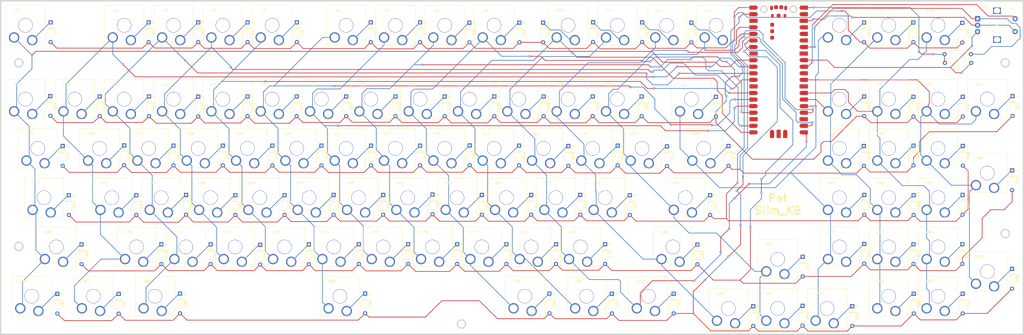
<source format=kicad_pcb>
(kicad_pcb (version 20221018) (generator pcbnew)
  (layers (0 "F.Cu" signal) (31 "B.Cu" signal) (34 "B.Paste" user) (35 "F.Paste" user) (36 "B.SilkS" user "B.Silkscreen") (37 "F.SilkS" user "F.Silkscreen") (38 "B.Mask" user) (39 "F.Mask" user) (44 "Edge.Cuts" user))
  (net 0 "")
  (net 1 "Net-(D1-K)")
  (net 2 "R0")
  (net 3 "Net-(D2-K)")
  (net 4 "Net-(D3-K)")
  (net 5 "Net-(D4-K)")
  (net 6 "Net-(D5-K)")
  (net 7 "Net-(D6-K)")
  (net 8 "Net-(D7-K)")
  (net 9 "Net-(D8-K)")
  (net 10 "Net-(D9-K)")
  (net 11 "Net-(D10-K)")
  (net 12 "Net-(D11-K)")
  (net 13 "Net-(D12-K)")
  (net 14 "Net-(D13-K)")
  (net 15 "Net-(D14-K)")
  (net 16 "Net-(D15-K)")
  (net 17 "Net-(D16-K)")
  (net 18 "Net-(D18-K)")
  (net 19 "R1")
  (net 20 "Net-(D19-K)")
  (net 21 "Net-(D20-K)")
  (net 22 "Net-(D21-K)")
  (net 23 "Net-(D22-K)")
  (net 24 "Net-(D23-K)")
  (net 25 "Net-(D24-K)")
  (net 26 "Net-(D25-K)")
  (net 27 "Net-(D26-K)")
  (net 28 "Net-(D27-K)")
  (net 29 "Net-(D28-K)")
  (net 30 "Net-(D29-K)")
  (net 31 "Net-(D30-K)")
  (net 32 "Net-(D31-K)")
  (net 33 "Net-(D32-K)")
  (net 34 "Net-(D33-K)")
  (net 35 "Net-(D34-K)")
  (net 36 "Net-(D35-K)")
  (net 37 "R2")
  (net 38 "Net-(D36-K)")
  (net 39 "Net-(D37-K)")
  (net 40 "Net-(D38-K)")
  (net 41 "Net-(D39-K)")
  (net 42 "Net-(D40-K)")
  (net 43 "Net-(D41-K)")
  (net 44 "Net-(D42-K)")
  (net 45 "Net-(D43-K)")
  (net 46 "Net-(D44-K)")
  (net 47 "Net-(D45-K)")
  (net 48 "Net-(D46-K)")
  (net 49 "Net-(D47-K)")
  (net 50 "Net-(D48-K)")
  (net 51 "Net-(D49-K)")
  (net 52 "Net-(D50-K)")
  (net 53 "Net-(D51-K)")
  (net 54 "Net-(D52-K)")
  (net 55 "R3")
  (net 56 "Net-(D53-K)")
  (net 57 "Net-(D54-K)")
  (net 58 "Net-(D55-K)")
  (net 59 "Net-(D56-K)")
  (net 60 "Net-(D57-K)")
  (net 61 "Net-(D58-K)")
  (net 62 "Net-(D59-K)")
  (net 63 "Net-(D60-K)")
  (net 64 "Net-(D61-K)")
  (net 65 "Net-(D62-K)")
  (net 66 "Net-(D63-K)")
  (net 67 "Net-(D64-K)")
  (net 68 "Net-(D65-K)")
  (net 69 "Net-(D66-K)")
  (net 70 "Net-(D67-K)")
  (net 71 "Net-(D68-K)")
  (net 72 "Net-(D69-K)")
  (net 73 "R4")
  (net 74 "Net-(D70-K)")
  (net 75 "Net-(D71-K)")
  (net 76 "Net-(D72-K)")
  (net 77 "Net-(D73-K)")
  (net 78 "Net-(D74-K)")
  (net 79 "Net-(D75-K)")
  (net 80 "Net-(D76-K)")
  (net 81 "Net-(D77-K)")
  (net 82 "Net-(D78-K)")
  (net 83 "Net-(D79-K)")
  (net 84 "Net-(D80-K)")
  (net 85 "Net-(D81-K)")
  (net 86 "Net-(D82-K)")
  (net 87 "Net-(D83-K)")
  (net 88 "Net-(D84-K)")
  (net 89 "Net-(D85-K)")
  (net 90 "Net-(D86-K)")
  (net 91 "R5")
  (net 92 "Net-(D87-K)")
  (net 93 "Net-(D88-K)")
  (net 94 "Net-(D89-K)")
  (net 95 "Net-(D90-K)")
  (net 96 "Net-(D91-K)")
  (net 97 "Net-(D92-K)")
  (net 98 "Net-(D93-K)")
  (net 99 "Net-(D94-K)")
  (net 100 "Net-(D95-K)")
  (net 101 "Net-(D96-K)")
  (net 102 "Net-(D97-K)")
  (net 103 "Net-(D98-K)")
  (net 104 "E_DT")
  (net 105 "E+")
  (net 106 "E_CLK")
  (net 107 "C6")
  (net 108 "C7")
  (net 109 "C8")
  (net 110 "C9")
  (net 111 "C10")
  (net 112 "C11")
  (net 113 "C12")
  (net 114 "C13")
  (net 115 "C14")
  (net 116 "C15")
  (net 117 "C16")
  (net 118 "C17")
  (net 119 "C18")
  (net 120 "C19")
  (net 121 "C20")
  (net 122 "C21")
  (net 123 "C22")
  (net 124 "GND")
  (net 126 "E_SW")
  (net 132 "Net-(U99-USB_SHIELD-PadA)")
  (footprint "Diode_THT:D_DO-35_SOD27_P7.62mm_Horizontal" (layer "F.Cu") (at 230.05 171.03 -90)
    (fp_text reference "D41")
    (fp_text value "1N914")
  )
  (footprint "Diode_THT:D_DO-35_SOD27_P7.62mm_Horizontal" (layer "F.Cu") (at 363.25 152.13 -90)
    (fp_text reference "D31")
    (fp_text value "1N914")
  )
  (footprint "Diode_THT:D_DO-35_SOD27_P7.62mm_Horizontal" (layer "F.Cu") (at 163.3 152.08 -90)
    (fp_text reference "D21")
    (fp_text value "1N914")
  )
  (footprint "gaterons:CHERRY_MX1A-11NN_SWITCH" (layer "F.Cu") (at 449.025 153.035)
    (fp_text reference "U34")
    (fp_text value "~")
  )
  (footprint "Diode_THT:D_DO-35_SOD27_P7.62mm_Horizontal" (layer "F.Cu") (at 277.65 151.98 -90)
    (fp_text reference "D27")
    (fp_text value "1N914")
  )
  (footprint "Diode_THT:D_DO-35_SOD27_P7.62mm_Horizontal" (layer "F.Cu") (at 106.2 151.83 -90)
    (fp_text reference "D18")
    (fp_text value "1N914")
  )
  (footprint "Diode_THT:D_DO-35_SOD27_P7.62mm_Horizontal" (layer "F.Cu") (at 420.5 209.03 -90)
    (fp_text reference "D82")
    (fp_text value "1N914")
  )
  (footprint "gaterons:CHERRY_MX1A-11NN_SWITCH" (layer "F.Cu") (at 206.138 191.135)
    (fp_text reference "U57")
    (fp_text value "~")
  )
  (footprint "Diode_THT:D_DO-35_SOD27_P7.62mm_Horizontal" (layer "F.Cu") (at 439.6 190.18 -90)
    (fp_text reference "D66")
    (fp_text value "1N914")
  )
  (footprint "Diode_THT:D_DO-35_SOD27_P7.62mm_Horizontal" (layer "F.Cu") (at 439.65 228.28 -90)
    (fp_text reference "D96")
    (fp_text value "1N914")
  )
  (footprint "Diode_THT:D_DO-35_SOD27_P7.62mm_Horizontal" (layer "F.Cu") (at 210.9 171.03 -90)
    (fp_text reference "D40")
    (fp_text value "1N914")
  )
  (footprint "Diode_THT:D_DO-35_SOD27_P7.62mm_Horizontal" (layer "F.Cu") (at 325.3 171.03 -90)
    (fp_text reference "D46")
    (fp_text value "1N914")
  )
  (footprint "Diode_THT:D_DO-35_SOD27_P7.62mm_Horizontal" (layer "F.Cu") (at 149.1 209.18 -90)
    (fp_text reference "D70")
    (fp_text value "1N914")
  )
  (footprint "gaterons:CHERRY_MX1A-11NN_SWITCH" (layer "F.Cu") (at 249 153.035)
    (fp_text reference "U26")
    (fp_text value "~")
  )
  (footprint "gaterons:CHERRY_MX1A-11NN_SWITCH" (layer "F.Cu") (at 410.926 191.135)
    (fp_text reference "U65")
    (fp_text value "~")
  )
  (footprint "gaterons:CHERRY_MX1A-11NN_SWITCH" (layer "F.Cu") (at 244.238 191.135)
    (fp_text reference "U59")
    (fp_text value "~")
  )
  (footprint "Diode_THT:D_DO-35_SOD27_P7.62mm_Horizontal" (layer "F.Cu") (at 396.7 232.98 -90)
    (fp_text reference "D94")
    (fp_text value "1N914")
  )
  (footprint "gaterons:CHERRY_MX1A-11NN_SWITCH" (layer "F.Cu") (at 139.463 210.185)
    (fp_text reference "U70")
    (fp_text value "~")
  )
  (footprint "Diode_THT:D_DO-35_SOD27_P7.62mm_Horizontal" (layer "F.Cu") (at 156.3 228.23 -90)
    (fp_text reference "D88")
    (fp_text value "1N914")
  )
  (footprint "gaterons:CHERRY_MX1A-11NN_SWITCH" (layer "F.Cu") (at 468.075 181.61)
    (fp_text reference "U85")
    (fp_text value "~")
  )
  (footprint "gaterons:CHERRY_MX1A-11NN_SWITCH" (layer "F.Cu") (at 98.982 229.235)
    (fp_text reference "U86")
    (fp_text value "~")
  )
  (footprint "gaterons:CHERRY_MX1A-11NN_SWITCH" (layer "F.Cu") (at 344.25 124.46)
    (fp_text reference "U12")
    (fp_text value "~")
  )
  (footprint "gaterons:CHERRY_MX1A-11NN_SWITCH" (layer "F.Cu") (at 153.75 153.035)
    (fp_text reference "U21")
    (fp_text value "~")
  )
  (footprint "gaterons:CHERRY_MX1A-11NN_SWITCH" (layer "F.Cu") (at 268.05 153.035)
    (fp_text reference "U27")
    (fp_text value "~")
  )
  (footprint "gaterons:CHERRY_MX1A-11NN_SWITCH" (layer "F.Cu") (at 334.725 172.085)
    (fp_text reference "U47")
    (fp_text value "~")
  )
  (footprint "Diode_THT:D_DO-35_SOD27_P7.62mm_Horizontal" (layer "F.Cu") (at 268.15 170.93 -90)
    (fp_text reference "D43")
    (fp_text value "1N914")
  )
  (footprint "gaterons:CHERRY_MX1A-11NN_SWITCH" (layer "F.Cu") (at 410.926 172.085)
    (fp_text reference "U49")
    (fp_text value "~")
  )
  (footprint "Diode_THT:D_DO-35_SOD27_P7.62mm_Horizontal" (layer "F.Cu") (at 361 190.18 -90)
    (fp_text reference "D64")
    (fp_text value "1N914")
  )
  (footprint "gaterons:CHERRY_MX1A-11NN_SWITCH" (layer "F.Cu") (at 353.775 153.035)
    (fp_text reference "U31")
    (fp_text value "~")
  )
  (footprint "Diode_THT:D_DO-35_SOD27_P7.62mm_Horizontal" (layer "F.Cu") (at 368.1 171.18 -90)
    (fp_text reference "D48")
    (fp_text value "1N914")
  )
  (footprint "gaterons:CHERRY_MX1A-11NN_SWITCH" (layer "F.Cu") (at 310.913 210.185)
    (fp_text reference "U79")
    (fp_text value "~")
  )
  (footprint "Diode_THT:D_DO-35_SOD27_P7.62mm_Horizontal" (layer "F.Cu") (at 320.45 209.13 -90)
    (fp_text reference "D79")
    (fp_text value "1N914")
  )
  (footprint "gaterons:CHERRY_MX1A-11NN_SWITCH" (layer "F.Cu") (at 125.175 172.085)
    (fp_text reference "U36")
    (fp_text value "~")
  )
  (footprint "gaterons:CHERRY_MX1A-11NN_SWITCH" (layer "F.Cu") (at 277.575 124.46)
    (fp_text reference "U9")
    (fp_text value "~")
  )
  (footprint "gaterons:CHERRY_MX1A-11NN_SWITCH" (layer "F.Cu") (at 172.8 124.46)
    (fp_text reference "U4")
    (fp_text value "~")
  )
  (footprint "gaterons:CHERRY_MX1A-11NN_SWITCH" (layer "F.Cu") (at 96.6 124.46)
    (fp_text reference "U1")
    (fp_text value "~")
  )
  (footprint "Diode_THT:D_DO-35_SOD27_P7.62mm_Horizontal" (layer "F.Cu") (at 113.35 190.18 -90)
    (fp_text reference "D52")
    (fp_text value "1N914")
  )
  (footprint "Diode_THT:D_DO-35_SOD27_P7.62mm_Horizontal" (layer "F.Cu") (at 287.2 171.03 -90)
    (fp_text reference "D44")
    (fp_text value "1N914")
  )
  (footprint "Diode_THT:D_DO-35_SOD27_P7.62mm_Horizontal" (layer "F.Cu") (at 144.15 123.34 -90)
    (fp_text reference "D2")
    (fp_text value "1N914")
  )
  (footprint "Diode_THT:D_DO-35_SOD27_P7.62mm_Horizontal" (layer "F.Cu") (at 415.9 233.13 -90)
    (fp_text reference "D95")
    (fp_text value "1N914")
  )
  (footprint "Diode_THT:D_DO-35_SOD27_P7.62mm_Horizontal" (layer "F.Cu") (at 187.25 209.38 -90)
    (fp_text reference "D72")
    (fp_text value "1N914")
  )
  (footprint "Diode_THT:D_DO-35_SOD27_P7.62mm_Horizontal" (layer "F.Cu") (at 477.65 180.58 -90)
    (fp_text reference "D85")
    (fp_text value "1N914")
  )
  (footprint "gaterons:CHERRY_MX1A-11NN_SWITCH" (layer "F.Cu") (at 253.763 210.185)
    (fp_text reference "U76")
    (fp_text value "~")
  )
  (footprint "Diode_THT:D_DO-35_SOD27_P7.62mm_Horizontal" (layer "F.Cu") (at 225.35 209.13 -90)
    (fp_text reference "D74")
    (fp_text value "1N914")
  )
  (footprint "Diode_THT:D_DO-35_SOD27_P7.62mm_Horizontal" (layer "F.Cu") (at 310.85 190.08 -90)
    (fp_text reference "D62")
    (fp_text value "1N914")
  )
  (footprint "Pico:MODULE_SC0915" (layer "F.Cu") (at 387.4625 141.75)
    (fp_text reference "U99")
    (fp_text value "SC0915")
  )
  (footprint "gaterons:CHERRY_MX1A-11NN_SWITCH" (layer "F.Cu") (at 313.294 229.235)
    (fp_text reference "U91")
    (fp_text value "~")
  )
  (footprint "gaterons:CHERRY_MX1A-11NN_SWITCH" (layer "F.Cu") (at 291.863 210.185)
    (fp_text reference "U78")
    (fp_text value "~")
  )
  (footprint "Diode_THT:D_DO-35_SOD27_P7.62mm_Horizontal" (layer "F.Cu") (at 125.25 151.98 -90)
    (fp_text reference "D19")
    (fp_text value "1N914")
  )
  (footprint "Diode_THT:D_DO-35_SOD27_P7.62mm_Horizontal" (layer "F.Cu") (at 282.35 209.13 -90)
    (fp_text reference "D77")
    (fp_text value "1N914")
  )
  (footprint "gaterons:CHERRY_MX1A-11NN_SWITCH" (layer "F.Cu") (at 449.026 172.085)
    (fp_text reference "U68")
    (fp_text value "~")
  )
  (footprint "Diode_THT:D_DO-35_SOD27_P7.62mm_Horizontal" (layer "F.Cu") (at 227.75 228.23 -90)
    (fp_text reference "D89")
    (fp_text value "1N914")
  )
  (footprint "Diode_THT:D_DO-35_SOD27_P7.62mm_Horizontal" (layer "F.Cu") (at 439.55 152.13 -90)
    (fp_text reference "D33")
    (fp_text value "1N914")
  )
  (footprint "gaterons:CHERRY_MX1A-11NN_SWITCH" (layer "F.Cu") (at 258.525 172.085)
    (fp_text reference "U43")
    (fp_text value "~")
  )
  (footprint "Diode_THT:D_DO-35_SOD27_P7.62mm_Horizontal" (layer "F.Cu") (at 353.75 123.43 -90)
    (fp_text reference "D13")
    (fp_text value "1N914")
  )
  (footprint "gaterons:CHERRY_MX1A-11NN_SWITCH" (layer "F.Cu") (at 410.925 153.035)
    (fp_text reference "U32")
    (fp_text value "~")
  )
  (footprint "Diode_THT:D_DO-35_SOD27_P7.62mm_Horizontal" (layer "F.Cu") (at 272.85 190.08 -90)
    (fp_text reference "D60")
    (fp_text value "1N914")
  )
  (footprint "Diode_THT:D_DO-35_SOD27_P7.62mm_Horizontal" (layer "F.Cu") (at 108.9 228.33 -90)
    (fp_text reference "D86")
    (fp_text value "1N914")
  )
  (footprint "gaterons:CHERRY_MX1A-11NN_SWITCH" (layer "F.Cu") (at 134.7 153.035)
    (fp_text reference "U20")
    (fp_text value "~")
  )
  (footprint "gaterons:CHERRY_MX1A-11NN_SWITCH" (layer "F.Cu") (at 368.063 233.997)
    (fp_text reference "U93")
    (fp_text value "~")
  )
  (footprint "Diode_THT:D_DO-35_SOD27_P7.62mm_Horizontal" (layer "F.Cu") (at 153.75 171.03 -90)
    (fp_text reference "D37")
    (fp_text value "1N914")
  )
  (footprint "gaterons:CHERRY_MX1A-11NN_SWITCH" (layer "F.Cu") (at 258.525 124.46)
    (fp_text reference "U8")
    (fp_text value "~")
  )
  (footprint "Diode_THT:D_DO-35_SOD27_P7.62mm_Horizontal" (layer "F.Cu") (at 132.6 228.38 -90)
    (fp_text reference "D87")
    (fp_text value "1N914")
  )
  (footprint "Diode_THT:D_DO-35_SOD27_P7.62mm_Horizontal" (layer "F.Cu") (at 439.5 123.38 -90)
    (fp_text reference "D15")
    (fp_text value "1N914")
  )
  (footprint "Diode_THT:D_DO-35_SOD27_P7.62mm_Horizontal" (layer "F.Cu") (at 182.35 151.98 -90)
    (fp_text reference "D22")
    (fp_text value "1N914")
  )
  (footprint "Diode_THT:D_DO-35_SOD27_P7.62mm_Horizontal" (layer "F.Cu") (at 196.65 190.18 -90)
    (fp_text reference "D56")
    (fp_text value "1N914")
  )
  (footprint "gaterons:CHERRY_MX1A-11NN_SWITCH" (layer "F.Cu") (at 196.613 210.185)
    (fp_text reference "U73")
    (fp_text value "~")
  )
  (footprint "Diode_THT:D_DO-35_SOD27_P7.62mm_Horizontal" (layer "F.Cu") (at 420.4 171.18 -90)
    (fp_text reference "D49")
    (fp_text value "1N914")
  )
  (footprint "gaterons:CHERRY_MX1A-11NN_SWITCH" (layer "F.Cu") (at 429.976 172.085)
    (fp_text reference "U50")
    (fp_text value "~")
  )
  (footprint "gaterons:CHERRY_MX1A-11NN_SWITCH" (layer "F.Cu") (at 406.163 233.997)
    (fp_text reference "U95")
    (fp_text value "~")
  )
  (footprint "Resistor_THT:R_Axial_DIN0207_L6.3mm_D2.5mm_P10.16mm_Horizontal" (layer "F.Cu") (at 461.71 135.65 180)
    (fp_text reference "R2")
    (fp_text value "10k")
  )
  (footprint "gaterons:CHERRY_MX1A-11NN_SWITCH" (layer "F.Cu") (at 282.338 191.135)
    (fp_text reference "U61")
    (fp_text value "~")
  )
  (footprint "Diode_THT:D_DO-35_SOD27_P7.62mm_Horizontal" (layer "F.Cu") (at 158.6 190.08 -90)
    (fp_text reference "D54")
    (fp_text value "1N914")
  )
  (footprint "Resistor_THT:R_Axial_DIN0207_L6.3mm_D2.5mm_P10.16mm_Horizontal" (layer "F.Cu") (at 461.85 139 180)
    (fp_text reference "R1")
    (fp_text value "10k")
  )
  (footprint "gaterons:CHERRY_MX1A-11NN_SWITCH" (layer "F.Cu") (at 177.563 210.185)
    (fp_text reference "U72")
    (fp_text value "~")
  )
  (footprint "gaterons:CHERRY_MX1A-11NN_SWITCH" (layer "F.Cu") (at 306.15 124.46)
    (fp_text reference "U10")
    (fp_text value "~")
  )
  (footprint "Diode_THT:D_DO-35_SOD27_P7.62mm_Horizontal" (layer "F.Cu") (at 458.55 228.28 -90)
    (fp_text reference "D97")
    (fp_text value "1N914")
  )
  (footprint "Diode_THT:D_DO-35_SOD27_P7.62mm_Horizontal" (layer "F.Cu") (at 439.55 171.03 -90)
    (fp_text reference "D50")
    (fp_text value "1N914")
  )
  (footprint "gaterons:CHERRY_MX1A-11NN_SWITCH" (layer "F.Cu") (at 263.288 191.135)
    (fp_text reference "U60")
    (fp_text value "~")
  )
  (footprint "gaterons:CHERRY_MX1A-11NN_SWITCH" (layer "F.Cu") (at 220.425 124.46)
    (fp_text reference "U6")
    (fp_text value "~")
  )
  (footprint "gaterons:CHERRY_MX1A-11NN_SWITCH" (layer "F.Cu") (at 449.026 210.185)
    (fp_text reference "U84")
    (fp_text value "~")
  )
  (footprint "gaterons:CHERRY_MX1A-11NN_SWITCH" (layer "F.Cu") (at 172.8 153.035)
    (fp_text reference "U22")
    (fp_text value "~")
  )
  (footprint "gaterons:CHERRY_MX1A-11NN_SWITCH" (layer "F.Cu") (at 101.363 172.085)
    (fp_text reference "U35")
    (fp_text value "~")
  )
  (footprint "gaterons:CHERRY_MX1A-11NN_SWITCH" (layer "F.Cu") (at 325.2 124.46)
    (fp_text reference "U11")
    (fp_text value "~")
  )
  (footprint "Diode_THT:D_DO-35_SOD27_P7.62mm_Horizontal" (layer "F.Cu") (at 396.75 213.98 -90)
    (fp_text reference "D81")
    (fp_text value "1N914")
  )
  (footprint "Diode_THT:D_DO-35_SOD27_P7.62mm_Horizontal" (layer "F.Cu") (at 206.05 209.23 -90)
    (fp_text reference "D73")
    (fp_text value "1N914")
  )
  (footprint "Diode_THT:D_DO-35_SOD27_P7.62mm_Horizontal" (layer "F.Cu") (at 301.5 209.13 -90)
    (fp_text reference "D78")
    (fp_text value "1N914")
  )
  (footprint "Diode_THT:D_DO-35_SOD27_P7.62mm_Horizontal" (layer "F.Cu") (at 229.95 123.34 -90)
    (fp_text reference "D6")
    (fp_text value "1N914")
  )
  (footprint "Diode_THT:D_DO-35_SOD27_P7.62mm_Horizontal" (layer "F.Cu") (at 258.5 152 -90)
    (fp_text reference "D26")
    (fp_text value "1N914")
  )
  (footprint "Diode_THT:D_DO-35_SOD27_P7.62mm_Horizontal" (layer "F.Cu") (at 458.4 123.53 -90)
    (fp_text reference "D16")
    (fp_text value "1N914")
  )
  (footprint "Diode_THT:D_DO-35_SOD27_P7.62mm_Horizontal" (layer "F.Cu") (at 420.45 123.38 -90)
    (fp_text reference "D14")
    (fp_text value "1N914")
  )
  (footprint "gaterons:CHERRY_MX1A-11NN_SWITCH" (layer "F.Cu") (at 320.438 191.135)
    (fp_text reference "U63")
    (fp_text value "~")
  )
  (footprint "Diode_THT:D_DO-35_SOD27_P7.62mm_Horizontal" (layer "F.Cu") (at 315.65 151.98 -90)
    (fp_text reference "D29")
    (fp_text value "1N914")
  )
  (footprint "gaterons:CHERRY_MX1A-11NN_SWITCH" (layer "F.Cu") (at 144.225 172.085)
    (fp_text reference "U37")
    (fp_text value "~")
  )
  (footprint "gaterons:CHERRY_MX1A-11NN_SWITCH" (layer "F.Cu") (at 218.044 229.235)
    (fp_text reference "U89")
    (fp_text value "~")
  )
  (footprint "gaterons:CHERRY_MX1A-11NN_SWITCH" (layer "F.Cu") (at 387.113 214.948)
    (fp_text reference "U81")
    (fp_text value "~")
  )
  (footprint "Diode_THT:D_DO-35_SOD27_P7.62mm_Horizontal" (layer "F.Cu") (at 172.8 171.03 -90)
    (fp_text reference "D38")
    (fp_text value "1N914")
  )
  (footprint "gaterons:CHERRY_MX1A-11NN_SWITCH" (layer "F.Cu") (at 103.744 191.135)
    (fp_text reference "U52")
    (fp_text value "~")
  )
  (footprint "gaterons:CHERRY_MX1A-11NN_SWITCH" (layer "F.Cu") (at 210.9 153.035)
    (fp_text reference "U24")
    (fp_text value "~")
  )
  (footprint "gaterons:CHERRY_MX1A-11NN_SWITCH" (layer "F.Cu") (at 163.275 172.085)
    (fp_text reference "U38")
    (fp_text value "~")
  )
  (footprint "gaterons:CHERRY_MX1A-11NN_SWITCH" (layer "F.Cu") (at 468.075 219.71)
    (fp_text reference "U98")
    (fp_text value "~")
  )
  (footprint "Diode_THT:D_DO-35_SOD27_P7.62mm_Horizontal" (layer "F.Cu") (at 477.8 151.88 -90)
    (fp_text reference "D51")
    (fp_text value "1N914")
  )
  (footprint "gaterons:CHERRY_MX1A-11NN_SWITCH" (layer "F.Cu") (at 351.394 191.135)
    (fp_text reference "U64")
    (fp_text value "~")
  )
  (footprint "Diode_THT:D_DO-35_SOD27_P7.62mm_Horizontal" (layer "F.Cu") (at 163.3 123.34 -90)
    (fp_text reference "D3")
    (fp_text value "1N914")
  )
  (footprint "Diode_THT:D_DO-35_SOD27_P7.62mm_Horizontal" (layer "F.Cu") (at 420.55 190.08 -90)
    (fp_text reference "D65")
    (fp_text value "1N914")
  )
  (footprint "Diode_THT:D_DO-35_SOD27_P7.62mm_Horizontal" (layer "F.Cu") (at 249 171.03 -90)
    (fp_text reference "D42")
    (fp_text value "1N914")
  )
  (footprint "Diode_THT:D_DO-35_SOD27_P7.62mm_Horizontal" (layer "F.Cu") (at 458.6 152.13 -90)
    (fp_text reference "D34")
    (fp_text value "1N914")
  )
  (footprint "gaterons:CHERRY_MX1A-11NN_SWITCH" (layer "F.Cu") (at 168.038 191.135)
    (fp_text reference "U55")
    (fp_text value "~")
  )
  (footprint "gaterons:CHERRY_MX1A-11NN_SWITCH" (layer "F.Cu") (at 429.975 124.46)
    (fp_text reference "U15")
    (fp_text value "~")
  )
  (footprint "gaterons:CHERRY_MX1A-11NN_SWITCH" (layer "F.Cu") (at 239.475 124.46)
    (fp_text reference "U7")
    (fp_text value "~")
  )
  (footprint "gaterons:CHERRY_MX1A-11NN_SWITCH" (layer "F.Cu") (at 429.976 210.185)
    (fp_text reference "U83")
    (fp_text value "~")
  )
  (footprint "Diode_THT:D_DO-35_SOD27_P7.62mm_Horizontal" (layer "F.Cu") (at 287.35 123.43 -90)
    (fp_text reference "D9")
    (fp_text value "1N914")
  )
  (footprint "gaterons:CHERRY_MX1A-11NN_SWITCH" (layer "F.Cu") (at 191.85 153.035)
    (fp_text reference "U23")
    (fp_text value "~")
  )
  (footprint "Diode_THT:D_DO-35_SOD27_P7.62mm_Horizontal" (layer "F.Cu") (at 315.8 123.28 -90)
    (fp_text reference "D11")
    (fp_text value "1N914")
  )
  (footprint "Diode_THT:D_DO-35_SOD27_P7.62mm_Horizontal" (layer "F.Cu") (at 458.45 209.13 -90)
    (fp_text reference "D84")
    (fp_text value "1N914")
  )
  (footprint "gaterons:CHERRY_MX1A-11NN_SWITCH" (layer "F.Cu") (at 229.95 153.035)
    (fp_text reference "U25")
    (fp_text value "~")
  )
  (footprint "Diode_THT:D_DO-35_SOD27_P7.62mm_Horizontal" (layer "F.Cu") (at 139.4 190.18 -90)
    (fp_text reference "D53")
    (fp_text value "1N914")
  )
  (footprint "gaterons:CHERRY_MX1A-11NN_SWITCH" (layer "F.Cu") (at 187.088 191.135)
    (fp_text reference "U56")
    (fp_text value "~")
  )
  (footprint "gaterons:CHERRY_MX1A-11NN_SWITCH" (layer "F.Cu") (at 182.325 172.085)
    (fp_text reference "U39")
    (fp_text value "~")
  )
  (footprint "gaterons:CHERRY_MX1A-11NN_SWITCH" (layer "F.Cu") (at 146.607 229.235)
    (fp_text reference "U88")
    (fp_text value "~")
  )
  (footprint "gaterons:CHERRY_MX1A-11NN_SWITCH" (layer "F.Cu") (at 225.188 191.135)
    (fp_text reference "U58")
    (fp_text value "~")
  )
  (footprint "Rotary_Encoder:RotaryEncoder_Alps_EC12E-Switch_Vertical_H20mm" (layer "F.Cu") (at 464.3 121.92)
    (fp_text reference "SW1")
    (fp_text value "RotaryEncoder_Switch")
  )
  (footprint "gaterons:CHERRY_MX1A-11NN_SWITCH" (layer "F.Cu") (at 468.075 153.035)
    (fp_text reference "U51")
    (fp_text value "~")
  )
  (footprint "gaterons:CHERRY_MX1A-11NN_SWITCH" (layer "F.Cu") (at 122.794 229.235)
    (fp_text reference "U87")
    (fp_text value "~")
  )
  (footprint "gaterons:CHERRY_MX1A-11NN_SWITCH" (layer "F.Cu") (at 234.713 210.185)
    (fp_text reference "U75")
    (fp_text value "~")
  )
  (footprint "Diode_THT:D_DO-35_SOD27_P7.62mm_Horizontal" (layer "F.Cu") (at 298.95 228.23 -90)
    (fp_text reference "D90")
    (fp_text value "1N914")
  )
  (footprint "Diode_THT:D_DO-35_SOD27_P7.62mm_Horizontal" (layer "F.Cu") (at 177.65 190.18 -90)
    (fp_text reference "D55")
    (fp_text value "1N914")
  )
  (footprint "Diode_THT:D_DO-35_SOD27_P7.62mm_Horizontal" (layer "F.Cu") (at 268.05 123.43 -90)
    (fp_text reference "D8")
    (fp_text value "1N914")
  )
  (footprint "Diode_THT:D_DO-35_SOD27_P7.62mm_Horizontal" (layer "F.Cu") (at 330 190.18 -90)
    (fp_text reference "D63")
    (fp_text value "1N914")
  )
  (footprint "Diode_THT:D_DO-35_SOD27_P7.62mm_Horizontal" (layer "F.Cu") (at 244.35 209.13 -90)
    (fp_text reference "D75")
    (fp_text value "1N914")
  )
  (footprint "Diode_THT:D_DO-35_SOD27_P7.62mm_Horizontal" (layer "F.Cu") (at 134.7 170.93 -90)
    (fp_text reference "D36")
    (fp_text value "1N914")
  )
  (footprint "Diode_THT:D_DO-35_SOD27_P7.62mm_Horizontal" (layer "F.Cu") (at 334.55 151.98 -90)
    (fp_text reference "D30")
    (fp_text value "1N914")
  )
  (footprint "Diode_THT:D_DO-35_SOD27_P7.62mm_Horizontal" (layer "F.Cu") (at 439.55 209.13 -90)
    (fp_text reference "D83")
    (fp_text value "1N914")
  )
  (footprint "gaterons:CHERRY_MX1A-11NN_SWITCH" (layer "F.Cu") (at 239.475 172.085)
    (fp_text reference "U42")
    (fp_text value "~")
  )
  (footprint "Diode_THT:D_DO-35_SOD27_P7.62mm_Horizontal" (layer "F.Cu") (at 182.35 123.34 -90)
    (fp_text reference "D4")
    (fp_text value "1N914")
  )
  (footprint "gaterons:CHERRY_MX1A-11NN_SWITCH" (layer "F.Cu") (at 429.976 191.135)
    (fp_text reference "U66")
    (fp_text value "~")
  )
  (footprint "gaterons:CHERRY_MX1A-11NN_SWITCH" (layer "F.Cu") (at 325.2 153.035)
    (fp_text reference "U30")
    (fp_text value "~")
  )
  (footprint "gaterons:CHERRY_MX1A-11NN_SWITCH" (layer "F.Cu") (at 358.538 172.085)
    (fp_text reference "U48")
    (fp_text value "~")
  )
  (footprint "gaterons:CHERRY_MX1A-11NN_SWITCH" (layer "F.Cu") (at 129.938 191.135)
    (fp_text reference "U53")
    (fp_text value "~")
  )
  (footprint "gaterons:CHERRY_MX1A-11NN_SWITCH" (layer "F.Cu") (at 277.575 172.085)
    (fp_text reference "U44")
    (fp_text value "~")
  )
  (footprint "gaterons:CHERRY_MX1A-11NN_SWITCH" (layer "F.Cu") (at 306.15 153.035)
    (fp_text reference "U29")
    (fp_text value "~")
  )
  (footprint "Diode_THT:D_DO-35_SOD27_P7.62mm_Horizontal" (layer "F.Cu") (at 291.9 190.08 -90)
    (fp_text reference "D61")
    (fp_text value "1N914")
  )
  (footprint "gaterons:CHERRY_MX1A-11NN_SWITCH" (layer "F.Cu") (at 215.663 210.185)
    (fp_text reference "U74")
    (fp_text value "~")
  )
  (footprint "gaterons:CHERRY_MX1A-11NN_SWITCH" (layer "F.Cu") (at 429.976 229.235)
    (fp_text reference "U96")
    (fp_text value "~")
  )
  (footprint "Diode_THT:D_DO-35_SOD27_P7.62mm_Horizontal" (layer "F.Cu") (at 323.05 228.28 -90)
    (fp_text reference "D91")
    (fp_text value "1N914")
  )
  (footprint "Diode_THT:D_DO-35_SOD27_P7.62mm_Horizontal" (layer "F.Cu") (at 220.45 151.98 -90)
    (fp_text reference "D24")
    (fp_text value "1N914")
  )
  (footprint "Diode_THT:D_DO-35_SOD27_P7.62mm_Horizontal" (layer "F.Cu") (at 144.3 151.98 -90)
    (fp_text reference "D20")
    (fp_text value "1N914")
  )
  (footprint "Diode_THT:D_DO-35_SOD27_P7.62mm_Horizontal" (layer "F.Cu") (at 346.95 228.28 -90)
    (fp_text reference "D92")
    (fp_text value "1N914")
  )
  (footprint "Diode_THT:D_DO-35_SOD27_P7.62mm_Horizontal" (layer "F.Cu") (at 191.95 171.03 -90)
    (fp_text reference "D39")
    (fp_text value "1N914")
  )
  (footprint "Diode_THT:D_DO-35_SOD27_P7.62mm_Horizontal" (layer "F.Cu") (at 201.3 151.98 -90)
    (fp_text reference "D23")
    (fp_text value "1N914")
  )
  (footprint "Diode_THT:D_DO-35_SOD27_P7.62mm_Horizontal" (layer "F.Cu") (at 334.75 123.34 -90)
    (fp_text reference "D12")
    (fp_text value "1N914")
  )
  (footprint "Diode_THT:D_DO-35_SOD27_P7.62mm_Horizontal" (layer "F.Cu") (at 253.8 189.93 -90)
    (fp_text reference "D59")
    (fp_text value "1N914")
  )
  (footprint "gaterons:CHERRY_MX1A-11NN_SWITCH" (layer "F.Cu") (at 449.025 124.46)
    (fp_text reference "U16")
    (fp_text value "~")
  )
  (footprint "gaterons:CHERRY_MX1A-11NN_SWITCH" (layer "F.Cu") (at 96.6 153.035)
    (fp_text reference "U18")
    (fp_text value "~")
  )
  (footprint "gaterons:CHERRY_MX1A-11NN_SWITCH" (layer "F.Cu") (at 220.425 172.085)
    (fp_text reference "U41")
    (fp_text value "~")
  )
  (footprint "gaterons:CHERRY_MX1A-11NN_SWITCH" (layer "F.Cu") (at 346.631 210.185)
    (fp_text reference "U80")
    (fp_text value "~")
  )
  (footprint "Diode_THT:D_DO-35_SOD27_P7.62mm_Horizontal" (layer "F.Cu") (at 458.6 171.13 -90)
    (fp_text reference "D68")
    (fp_text value "1N914")
  )
  (footprint "gaterons:CHERRY_MX1A-11NN_SWITCH" (layer "F.Cu") (at 287.1 153.035)
    (fp_text reference "U28")
    (fp_text value "~")
  )
  (footprint "Diode_THT:D_DO-35_SOD27_P7.62mm_Horizontal" (layer "F.Cu") (at 458.5 190.08 -90)
    (fp_text reference "D67")
    (fp_text value "1N914")
  )
  (footprint "Diode_THT:D_DO-35_SOD27_P7.62mm_Horizontal" (layer "F.Cu") (at 344.35 171.28 -90)
    (fp_text reference "D47")
    (fp_text value "1N914")
  )
  (footprint "Diode_THT:D_DO-35_SOD27_P7.62mm_Horizontal" (layer "F.Cu") (at 106.3 123.34 -90)
    (fp_text reference "D1")
    (fp_text value "1N914")
  )
  (footprint "Diode_THT:D_DO-35_SOD27_P7.62mm_Horizontal" (layer "F.Cu") (at 356.1 209.28 -90)
    (fp_text reference "D80")
    (fp_text value "1N914")
  )
  (footprint "Diode_THT:D_DO-35_SOD27_P7.62mm_Horizontal" (layer "F.Cu") (at 118.25 209.23 -90)
    (fp_text reference "D69")
    (fp_text value "1N914")
  )
  (footprint "Diode_THT:D_DO-35_SOD27_P7.62mm_Horizontal" (layer "F.Cu") (at 168.1 209.18 -90)
    (fp_text reference "D71")
    (fp_text value "1N914")
  )
  (footprint "Diode_THT:D_DO-35_SOD27_P7.62mm_Horizontal" (layer "F.Cu") (at 201.4 123.34 -90)
    (fp_text reference "D5")
    (fp_text value "1N914")
  )
  (footprint "Diode_THT:D_DO-35_SOD27_P7.62mm_Horizontal" (layer "F.Cu") (at 377.65 233.13 -90)
    (fp_text reference "D93")
    (fp_text value "1N914")
  )
  (footprint "Diode_THT:D_DO-35_SOD27_P7.62mm_Horizontal" (layer "F.Cu") (at 263.3 209.13 -90)
    (fp_text reference "D76")
    (fp_text value "1N914")
  )
  (footprint "gaterons:CHERRY_MX1A-11NN_SWITCH" (layer "F.Cu") (at 134.7 124.46)
    (fp_text reference "U2")
    (fp_text value "~")
  )
  (footprint "Diode_THT:D_DO-35_SOD27_P7.62mm_Horizontal" (layer "F.Cu") (at 249 123.34 -90)
    (fp_text reference "D7")
    (fp_text value "1N914")
  )
  (footprint "gaterons:CHERRY_MX1A-11NN_SWITCH" (layer "F.Cu") (at 158.513 210.185)
    (fp_text reference "U71")
    (fp_text value "~")
  )
  (footprint "gaterons:CHERRY_MX1A-11NN_SWITCH" (layer "F.Cu") (at 301.388 191.135)
    (fp_text reference "U62")
    (fp_text value "~")
  )
  (footprint "Diode_THT:D_DO-35_SOD27_P7.62mm_Horizontal" (layer "F.Cu") (at 234.75 190.08 -90)
    (fp_text reference "D58")
    (fp_text value "1N914")
  )
  (footprint "gaterons:CHERRY_MX1A-11NN_SWITCH" (layer "F.Cu") (at 387.113 233.997)
    (fp_text reference "U94")
    (fp_text value "~")
  )
  (footprint "gaterons:CHERRY_MX1A-11NN_SWITCH" (layer "F.Cu") (at 289.482 229.235)
    (fp_text reference "U90")
    (fp_text value "~")
  )
  (footprint "gaterons:CHERRY_MX1A-11NN_SWITCH" (layer "F.Cu") (at 363.3 124.46)
    (fp_text reference "U13")
    (fp_text value "~")
  )
  (footprint "Diode_THT:D_DO-35_SOD27_P7.62mm_Horizontal" (layer "F.Cu") (at 110.95 171.18 -90)
    (fp_text reference "D35")
    (fp_text value "1N914")
  )
  (footprint "gaterons:CHERRY_MX1A-11NN_SWITCH" (layer "F.Cu") (at 337.106 229.235)
    (fp_text reference "U92")
    (fp_text value "~")
  )
  (footprint "gaterons:CHERRY_MX1A-11NN_SWITCH" (layer "F.Cu") (at 153.75 124.46)
    (fp_text reference "U3")
    (fp_text value "~")
  )
  (footprint "gaterons:CHERRY_MX1A-11NN_SWITCH" (layer "F.Cu") (at 315.675 172.085)
    (fp_text reference "U46")
    (fp_text value "~")
  )
  (footprint "gaterons:CHERRY_MX1A-11NN_SWITCH" (layer "F.Cu") (at 108.507 210.185)
    (fp_text reference "U69")
    (fp_text value "~")
  )
  (footprint "Diode_THT:D_DO-35_SOD27_P7.62mm_Horizontal" (layer "F.Cu") (at 420.5 151.98 -90)
    (fp_text reference "D32")
    (fp_text value "1N914")
  )
  (footprint "Diode_THT:D_DO-35_SOD27_P7.62mm_Horizontal" (layer "F.Cu") (at 215.6 190.08 -90)
    (fp_text reference "D57")
    (fp_text value "1N914")
  )
  (footprint "gaterons:CHERRY_MX1A-11NN_SWITCH" (layer "F.Cu") (at 272.813 210.185)
    (fp_text reference "U77")
    (fp_text value "~")
  )
  (footprint "gaterons:CHERRY_MX1A-11NN_SWITCH" (layer "F.Cu") (at 191.85 124.46)
    (fp_text reference "U5")
    (fp_text value "~")
  )
  (footprint "gaterons:CHERRY_MX1A-11NN_SWITCH" (layer "F.Cu") (at 201.375 172.085)
    (fp_text reference "U40")
    (fp_text value "~")
  )
  (footprint "gaterons:CHERRY_MX1A-11NN_SWITCH" (layer "F.Cu") (at 449.026 191.135)
    (fp_text reference "U67")
    (fp_text value "~")
  )
  (footprint "gaterons:CHERRY_MX1A-11NN_SWITCH" (layer "F.Cu") (at 429.975 153.035)
    (fp_text reference "U33")
    (fp_text value "~")
  )
  (footprint "gaterons:CHERRY_MX1A-11NN_SWITCH" (layer "F.Cu") (at 449.026 229.235)
    (fp_text reference "U97")
    (fp_text value "~")
  )
  (footprint "gaterons:CHERRY_MX1A-11NN_SWITCH" (layer "F.Cu") (at 296.625 172.085)
    (fp_text reference "U45")
    (fp_text value "~")
  )
  (footprint "gaterons:CHERRY_MX1A-11NN_SWITCH" (layer "F.Cu") (at 148.988 191.135)
    (fp_text reference "U54")
    (fp_text value "~")
  )
  (footprint "Diode_THT:D_DO-35_SOD27_P7.62mm_Horizontal" (layer "F.Cu") (at 477.6 218.68 -90)
    (fp_text reference "D98")
    (fp_text value "1N914")
  )
  (footprint "Diode_THT:D_DO-35_SOD27_P7.62mm_Horizontal" (layer "F.Cu") (at 306.25 171.18 -90)
    (fp_text reference "D45")
    (fp_text value "1N914")
  )
  (footprint "gaterons:CHERRY_MX1A-11NN_SWITCH" (layer "F.Cu") (at 410.925 124.46)
    (fp_text reference "U14")
    (fp_text value "~")
  )
  (footprint "Diode_THT:D_DO-35_SOD27_P7.62mm_Horizontal" (layer "F.Cu") (at 296.5 123.43 -90)
    (fp_text reference "D10")
    (fp_text value "1N914")
  )
  (footprint "Diode_THT:D_DO-35_SOD27_P7.62mm_Horizontal" (layer "F.Cu") (at 296.7 151.98 -90)
    (fp_text reference "D28")
    (fp_text value "1N914")
  )
  (footprint "gaterons:CHERRY_MX1A-11NN_SWITCH" (layer "F.Cu") (at 115.65 153.035)
    (fp_text reference "U19")
    (fp_text value "~")
  )
  (footprint "Diode_THT:D_DO-35_SOD27_P7.62mm_Horizontal" (layer "F.Cu") (at 239.5 151.98 -90)
    (fp_text reference "D25")
    (fp_text value "1N914")
  )
  (footprint "gaterons:CHERRY_MX1A-11NN_SWITCH" (layer "F.Cu") (at 410.926 210.185)
    (fp_text reference "U82")
    (fp_text value "~")
  )
  (gr_circle (center 265 240) (end 266.6 240) (stroke (width 0.5)) (fill none) (layer "Edge.Cuts"))
  (gr_circle (center 94 139) (end 95.6 139) (stroke (width 0.5)) (fill none) (layer "Edge.Cuts"))
  (gr_circle (center 393.15 118.25) (end 394.4 118.25) (stroke (width 0.5)) (fill none) (layer "Edge.Cuts"))
  (gr_circle (center 475 139) (end 476.6 139) (stroke (width 0.5)) (fill none) (layer "Edge.Cuts"))
  (gr_circle (center 381.75 118.25) (end 383 118.25) (stroke (width 0.5)) (fill none) (layer "Edge.Cuts"))
  (gr_rect (start 87 115) (end 482 244) (stroke (width 0.5)) (fill none) (layer "Edge.Cuts"))
  (gr_circle (center 475 205) (end 476.6 205) (stroke (width 0.5)) (fill none) (layer "Edge.Cuts"))
  (gr_circle (center 94 210) (end 95.6 210) (stroke (width 0.5)) (fill none) (layer "Edge.Cuts"))
  (gr_text "Pat\nSlim_KB" (at 387.15 197.85) (layer "F.SilkS") (effects (font (size 3 3) (thickness 0.6) bold) (justify bottom)))
  (segment (start 99.2 130.21) (end 106.07 123.34) (width 0.25) (layer "B.Cu") (net 1))
  (segment (start 106.07 123.34) (end 106.3 123.34) (width 0.25) (layer "B.Cu") (net 1))
  (segment (start 163.3 130.96) (end 165.69 133.35) (width 0.25) (layer "F.Cu") (net 2))
  (segment (start 298.85 133.4) (end 313.3 133.4) (width 0.25) (layer "F.Cu") (net 2))
  (segment (start 315.8 130.9) (end 318.45 133.55) (width 0.25) (layer "F.Cu") (net 2))
  (segment (start 268.05 131.05) (end 270.35 133.35) (width 0.25) (layer "F.Cu") (net 2))
  (segment (start 251.44 133.4) (end 265.7 133.4) (width 0.25) (layer "F.Cu") (net 2))
  (segment (start 203.89 133.45) (end 227.46 133.45) (width 0.25) (layer "F.Cu") (net 2))
  (segment (start 370.35 129.95) (end 367.1 133.2) (width 0.25) (layer "F.Cu") (net 2))
  (segment (start 411.8 118.95) (end 413 118.95) (width 0.25) (layer "F.Cu") (net 2))
  (segment (start 232.54 133.55) (end 246.41 133.55) (width 0.25) (layer "F.Cu") (net 2))
  (segment (start 420.45 131) (end 422.75 133.3) (width 0.25) (layer "F.Cu") (net 2))
  (segment (start 227.46 133.45) (end 229.95 130.96) (width 0.25) (layer "F.Cu") (net 2))
  (segment (start 179.96 133.35) (end 182.35 130.96) (width 0.25) (layer "F.Cu") (net 2))
  (segment (start 144.15 130.96) (end 146.44 133.25) (width 0.25) (layer "F.Cu") (net 2))
  (segment (start 441.7 133.2) (end 456.35 133.2) (width 0.25) (layer "F.Cu") (net 2))
  (segment (start 141.81 133.3) (end 144.15 130.96) (width 0.25) (layer "F.Cu") (net 2))
  (segment (start 370.35 121.15) (end 370.35 129.95) (width 0.25) (layer "F.Cu") (net 2))
  (segment (start 285.05 133.35) (end 287.35 131.05) (width 0.25) (layer "F.Cu") (net 2))
  (segment (start 332.16 133.55) (end 334.75 130.96) (width 0.25) (layer "F.Cu") (net 2))
  (segment (start 422.75 133.3) (end 437.2 133.3) (width 0.25) (layer "F.Cu") (net 2))
  (segment (start 351.45 133.35) (end 353.75 131.05) (width 0.25) (layer "F.Cu") (net 2))
  (segment (start 313.3 133.4) (end 315.8 130.9) (width 0.25) (layer "F.Cu") (net 2))
  (segment (start 439.5 131) (end 441.7 133.2) (width 0.25) (layer "F.Cu") (net 2))
  (segment (start 184.84 133.45) (end 198.91 133.45) (width 0.25) (layer "F.Cu") (net 2))
  (segment (start 419 131) (end 420.45 131) (width 0.25) (layer "F.Cu") (net 2))
  (segment (start 249 130.96) (end 251.44 133.4) (width 0.25) (layer "F.Cu") (net 2))
  (segment (start 370.35 119.25) (end 371.98 117.62) (width 0.25) (layer "F.Cu") (net 2))
  (segment (start 296.5 131.05) (end 298.85 133.4) (width 0.25) (layer "F.Cu") (net 2))
  (segment (start 270.35 133.35) (end 285.05 133.35) (width 0.25) (layer "F.Cu") (net 2))
  (segment (start 414.35 126.35) (end 419 131) (width 0.25) (layer "F.Cu") (net 2))
  (segment (start 201.4 130.96) (end 203.89 133.45) (width 0.25) (layer "F.Cu") (net 2))
  (segment (start 287.35 131.05) (end 296.5 131.05) (width 0.25) (layer "F.Cu") (net 2))
  (segment (start 106.3 130.96) (end 108.64 133.3) (width 0.25) (layer "F.Cu") (net 2))
  (segment (start 318.45 133.55) (end 332.16 133.55) (width 0.25) (layer "F.Cu") (net 2))
  (segment (start 337.14 133.35) (end 351.45 133.35) (width 0.25) (layer "F.Cu") (net 2))
  (segment (start 456.35 133.2) (end 458.4 131.15) (width 0.25) (layer "F.Cu") (net 2))
  (segment (start 413 118.95) (end 414.35 120.3) (width 0.25) (layer "F.Cu") (net 2))
  (segment (start 146.44 133.25) (end 161.01 133.25) (width 0.25) (layer "F.Cu") (net 2))
  (segment (start 229.95 130.96) (end 232.54 133.55) (width 0.25) (layer "F.Cu") (net 2))
  (segment (start 437.2 133.3) (end 439.5 131) (width 0.25) (layer "F.Cu") (net 2))
  (segment (start 370.35 121.15) (end 370.35 119.25) (width 0.25) (layer "F.Cu") (net 2))
  (segment (start 265.7 133.4) (end 268.05 131.05) (width 0.25) (layer "F.Cu") (net 2))
  (segment (start 161.01 133.25) (end 163.3 130.96) (width 0.25) (layer "F.Cu") (net 2))
  (segment (start 246.41 133.55) (end 249 130.96) (width 0.25) (layer "F.Cu") (net 2))
  (segment (start 165.69 133.35) (end 179.96 133.35) (width 0.25) (layer "F.Cu") (net 2))
  (segment (start 182.35 130.96) (end 184.84 133.45) (width 0.25) (layer "F.Cu") (net 2))
  (segment (start 414.35 120.3) (end 414.35 126.35) (width 0.25) (layer "F.Cu") (net 2))
  (segment (start 355.9 133.2) (end 353.75 131.05) (width 0.25) (layer "F.Cu") (net 2))
  (segment (start 198.91 133.45) (end 201.4 130.96) (width 0.25) (layer "F.Cu") (net 2))
  (segment (start 108.64 133.3) (end 141.81 133.3) (width 0.25) (layer "F.Cu") (net 2))
  (segment (start 367.1 133.2) (end 355.9 133.2) (width 0.25) (layer "F.Cu") (net 2))
  (segment (start 334.75 130.96) (end 337.14 133.35) (width 0.25) (layer "F.Cu") (net 2))
  (segment (start 371.98 117.62) (end 377.7725 117.62) (width 0.25) (layer "F.Cu") (net 2))
  (via (at 411.8 118.95) (size 0.8) (drill 0.4) (layers "F.Cu" "B.Cu") (net 2))
  (via (at 370.35 121.15) (size 0.8) (drill 0.4) (layers "F.Cu" "B.Cu") (net 2))
  (segment (start 370.35 121.15) (end 371.95 119.55) (width 0.25) (layer "B.Cu") (net 2))
  (segment (start 375.45 121.4) (end 399.6 121.4) (width 0.25) (layer "B.Cu") (net 2))
  (segment (start 402.05 118.95) (end 411.8 118.95) (width 0.25) (layer "B.Cu") (net 2))
  (segment (start 373.6 119.55) (end 375.45 121.4) (width 0.25) (layer "B.Cu") (net 2))
  (segment (start 371.95 119.55) (end 373.6 119.55) (width 0.25) (layer "B.Cu") (net 2))
  (segment (start 399.6 121.4) (end 402.05 118.95) (width 0.25) (layer "B.Cu") (net 2))
  (segment (start 144.15 123.36) (end 144.15 123.34) (width 0.25) (layer "B.Cu") (net 3))
  (segment (start 137.3 130.21) (end 144.15 123.36) (width 0.25) (layer "B.Cu") (net 3))
  (segment (start 156.35 130.21) (end 163.22 123.34) (width 0.25) (layer "B.Cu") (net 4))
  (segment (start 163.22 123.34) (end 163.3 123.34) (width 0.25) (layer "B.Cu") (net 4))
  (segment (start 182.27 123.34) (end 182.35 123.34) (width 0.25) (layer "B.Cu") (net 5))
  (segment (start 175.4 130.21) (end 182.27 123.34) (width 0.25) (layer "B.Cu") (net 5))
  (segment (start 194.45 130.21) (end 201.32 123.34) (width 0.25) (layer "B.Cu") (net 6))
  (segment (start 201.32 123.34) (end 201.4 123.34) (width 0.25) (layer "B.Cu") (net 6))
  (segment (start 223.025 130.21) (end 229.895 123.34) (width 0.25) (layer "B.Cu") (net 7))
  (segment (start 229.895 123.34) (end 229.95 123.34) (width 0.25) (layer "B.Cu") (net 7))
  (segment (start 248.945 123.34) (end 249 123.34) (width 0.25) (layer "B.Cu") (net 8))
  (segment (start 242.075 130.21) (end 248.945 123.34) (width 0.25) (layer "B.Cu") (net 8))
  (segment (start 261.125 130.21) (end 267.905 123.43) (width 0.25) (layer "B.Cu") (net 9))
  (segment (start 267.905 123.43) (end 268.05 123.43) (width 0.25) (layer "B.Cu") (net 9))
  (segment (start 286.955 123.43) (end 287.35 123.43) (width 0.25) (layer "B.Cu") (net 10))
  (segment (start 280.175 130.21) (end 286.955 123.43) (width 0.25) (layer "B.Cu") (net 10))
  (segment (start 307.01 130.21) (end 303.05 126.25) (width 0.25) (layer "B.Cu") (net 11))
  (segment (start 303.05 126.25) (end 299.32 126.25) (width 0.25) (layer "B.Cu") (net 11))
  (segment (start 308.75 130.21) (end 307.01 130.21) (width 0.25) (layer "B.Cu") (net 11))
  (segment (start 299.32 126.25) (end 296.5 123.43) (width 0.25) (layer "B.Cu") (net 11))
  (segment (start 326.11 130.21) (end 322.25 126.35) (width 0.25) (layer "B.Cu") (net 12))
  (segment (start 322.25 126.35) (end 318.87 126.35) (width 0.25) (layer "B.Cu") (net 12))
  (segment (start 318.87 126.35) (end 315.8 123.28) (width 0.25) (layer "B.Cu") (net 12))
  (segment (start 327.8 130.21) (end 326.11 130.21) (width 0.25) (layer "B.Cu") (net 12))
  (segment (start 337.61 126.2) (end 334.75 123.34) (width 0.25) (layer "B.Cu") (net 13))
  (segment (start 345.06 130.21) (end 341.05 126.2) (width 0.25) (layer "B.Cu") (net 13))
  (segment (start 341.05 126.2) (end 337.61 126.2) (width 0.25) (layer "B.Cu") (net 13))
  (segment (start 346.85 130.21) (end 345.06 130.21) (width 0.25) (layer "B.Cu") (net 13))
  (segment (start 356.57 126.25) (end 353.75 123.43) (width 0.25) (layer "B.Cu") (net 14))
  (segment (start 360.2 126.25) (end 356.57 126.25) (width 0.25) (layer "B.Cu") (net 14))
  (segment (start 364.16 130.21) (end 360.2 126.25) (width 0.25) (layer "B.Cu") (net 14))
  (segment (start 365.9 130.21) (end 364.16 130.21) (width 0.25) (layer "B.Cu") (net 14))
  (segment (start 420.355 123.38) (end 420.45 123.38) (width 0.25) (layer "B.Cu") (net 15))
  (segment (start 413.525 130.21) (end 420.355 123.38) (width 0.25) (layer "B.Cu") (net 15))
  (segment (start 439.405 123.38) (end 439.5 123.38) (width 0.25) (layer "B.Cu") (net 16))
  (segment (start 432.575 130.21) (end 439.405 123.38) (width 0.25) (layer "B.Cu") (net 16))
  (segment (start 458.305 123.53) (end 458.4 123.53) (width 0.25) (layer "B.Cu") (net 17))
  (segment (start 451.625 130.21) (end 458.305 123.53) (width 0.25) (layer "B.Cu") (net 17))
  (segment (start 106.155 151.83) (end 106.2 151.83) (width 0.25) (layer "B.Cu") (net 18))
  (segment (start 99.2 158.785) (end 106.155 151.83) (width 0.25) (layer "B.Cu") (net 18))
  (segment (start 127.7 162.05) (end 125.25 159.6) (width 0.25) (layer "F.Cu") (net 19))
  (segment (start 277.65 159.6) (end 275.05 162.2) (width 0.25) (layer "F.Cu") (net 19))
  (segment (start 313.05 162.2) (end 299.3 162.2) (width 0.25) (layer "F.Cu") (net 19))
  (segment (start 403.85 170.4) (end 403.85 173.4) (width 0.25) (layer "F.Cu") (net 19))
  (segment (start 404.85 169.4) (end 403.85 170.4) (width 0.25) (layer "F.Cu") (net 19))
  (segment (start 163.3 159.7) (end 160.65 162.35) (width 0.25) (layer "F.Cu") (net 19))
  (segment (start 201.3 159.6) (end 198.55 162.35) (width 0.25) (layer "F.Cu") (net 19))
  (segment (start 160.65 162.35) (end 147.05 162.35) (width 0.25) (layer "F.Cu") (net 19))
  (segment (start 182.35 159.6) (end 179.7 162.25) (width 0.25) (layer "F.Cu") (net 19))
  (segment (start 315.65 159.6) (end 313.05 162.2) (width 0.25) (layer "F.Cu") (net 19))
  (segment (start 363.25 159.75) (end 360.9 162.1) (width 0.25) (layer "F.Cu") (net 19))
  (segment (start 337.05 162.1) (end 334.55 159.6) (width 0.25) (layer "F.Cu") (net 19))
  (segment (start 218 162.05) (end 203.75 162.05) (width 0.25) (layer "F.Cu") (net 19))
  (segment (start 423 162.1) (end 420.5 159.6) (width 0.25) (layer "F.Cu") (net 19))
  (segment (start 144.3 159.6) (end 141.85 162.05) (width 0.25) (layer "F.Cu") (net 19))
  (segment (start 318.15 162.1) (end 315.65 159.6) (width 0.25) (layer "F.Cu") (net 19))
  (segment (start 220.45 159.6) (end 218 162.05) (width 0.25) (layer "F.Cu") (net 19))
  (segment (start 439.55 159.75) (end 437.2 162.1) (width 0.25) (layer "F.Cu") (net 19))
  (segment (start 237.15 161.95) (end 222.8 161.95) (width 0.25) (layer "F.Cu") (net 19))
  (segment (start 108.85 162.1) (end 106.2 159.45) (width 0.25) (layer "F.Cu") (net 19))
  (segment (start 261.08 162.2) (end 258.5 159.62) (width 0.25) (layer "F.Cu") (net 19))
  (segment (start 275.05 162.2) (end 261.08 162.2) (width 0.25) (layer "F.Cu") (net 19))
  (segment (start 363.25 162.2) (end 363.25 159.75) (width 0.25) (layer "F.Cu") (net 19))
  (segment (start 141.85 162.05) (end 127.7 162.05) (width 0.25) (layer "F.Cu") (net 19))
  (segment (start 242 162.1) (end 239.5 159.6) (width 0.25) (layer "F.Cu") (net 19))
  (segment (start 256.02 162.1) (end 242 162.1) (width 0.25) (layer "F.Cu") (net 19))
  (segment (start 366.85 151.3) (end 366.85 146.7) (width 0.25) (layer "F.Cu") (net 19))
  (segment (start 456.25 162.1) (end 441.9 162.1) (width 0.25) (layer "F.Cu") (net 19))
  (segment (start 437.2 162.1) (end 423 162.1) (width 0.25) (layer "F.Cu") (net 19))
  (segment (start 372.2 121.5) (end 373.54 120.16) (width 0.25) (layer "F.Cu") (net 19))
  (segment (start 222.8 161.95) (end 220.45 159.6) (width 0.25) (layer "F.Cu") (net 19))
  (segment (start 299.3 162.2) (end 296.7 159.6) (width 0.25) (layer "F.Cu") (net 19))
  (segment (start 280.1 162.05) (end 277.65 159.6) (width 0.25) (layer "F.Cu") (net 19))
  (segment (start 258.5 159.62) (end 256.02 162.1) (width 0.25) (layer "F.Cu") (net 19))
  (segment (start 367.3 151.75) (end 366.85 151.3) (width 0.25) (layer "F.Cu") (net 19))
  (segment (start 125.25 159.6) (end 122.75 162.1) (width 0.25) (layer "F.Cu") (net 19))
  (segment (start 198.55 162.35) (end 185.1 162.35) (width 0.25) (layer "F.Cu") (net 19))
  (segment (start 417.65 159.6) (end 407.85 169.4) (width 0.25) (layer "F.Cu") (net 19))
  (segment (start 420.5 159.6) (end 417.65 159.6) (width 0.25) (layer "F.Cu") (net 19))
  (segment (start 373.54 120.16) (end 377.7725 120.16) (width 0.25) (layer "F.Cu") (net 19))
  (segment (start 369.35 144.2) (end 372.1 144.2) (width 0.25) (layer "F.Cu") (net 19))
  (segment (start 401 176.25) (end 377.3 176.25) (width 0.25) (layer "F.Cu") (net 19))
  (segment (start 407.85 169.4) (end 404.85 169.4) (width 0.25) (layer "F.Cu") (net 19))
  (segment (start 458.6 159.75) (end 456.25 162.1) (width 0.25) (layer "F.Cu") (net 19))
  (segment (start 441.9 162.1) (end 439.55 159.75) (width 0.25) (layer "F.Cu") (net 19))
  (segment (start 185.1 162.35) (end 182.35 159.6) (width 0.25) (layer "F.Cu") (net 19))
  (segment (start 203.75 162.05) (end 201.3 159.6) (width 0.25) (layer "F.Cu") (net 19))
  (segment (start 165.85 162.25) (end 163.3 159.7) (width 0.25) (layer "F.Cu") (net 19))
  (segment (start 147.05 162.35) (end 144.3 159.6) (width 0.25) (layer "F.Cu") (net 19))
  (segment (start 294.25 162.05) (end 280.1 162.05) (width 0.25) (layer "F.Cu") (net 19))
  (segment (start 122.75 162.1) (end 108.85 162.1) (width 0.25) (layer "F.Cu") (net 19))
  (segment (start 377.3 176.25) (end 363.25 162.2) (width 0.25) (layer "F.Cu") (net 19))
  (segment (start 360.9 162.1) (end 337.05 162.1) (width 0.25) (layer "F.Cu") (net 19))
  (segment (start 239.5 159.6) (end 237.15 161.95) (width 0.25) (layer "F.Cu") (net 19))
  (segment (start 366.85 146.7) (end 369.35 144.2) (width 0.25) (layer "F.Cu") (net 19))
  (segment (start 296.7 159.6) (end 294.25 162.05) (width 0.25) (layer "F.Cu") (net 19))
  (segment (start 334.55 159.6) (end 332.05 162.1) (width 0.25) (layer "F.Cu") (net 19))
  (segment (start 332.05 162.1) (end 318.15 162.1) (width 0.25) (layer "F.Cu") (net 19))
  (segment (start 179.7 162.25) (end 165.85 162.25) (width 0.25) (layer "F.Cu") (net 19))
  (segment (start 403.85 173.4) (end 401 176.25) (width 0.25) (layer "F.Cu") (net 19))
  (via (at 372.2 121.5) (size 0.8) (drill 0.4) (layers "F.Cu" "B.Cu") (net 19))
  (via (at 372.1 144.2) (size 0.8) (drill 0.4) (layers "F.Cu" "B.Cu") (net 19))
  (via (at 367.3 151.75) (size 0.8) (drill 0.4) (layers "F.Cu" "B.Cu") (net 19))
  (segment (start 369 126.65) (end 369 135.674695) (width 0.25) (layer "B.Cu") (net 19))
  (segment (start 373.475 142.825) (end 372.1 144.2) (width 0.25) (layer "B.Cu") (net 19))
  (segment (start 369 135.674695) (end 373.475 140.149695) (width 0.25) (layer "B.Cu") (net 19))
  (segment (start 372.2 123.45) (end 369 126.65) (width 0.25) (layer "B.Cu") (net 19))
  (segment (start 367.3 151.75) (end 367.3 153.7) (width 0.25) (layer "B.Cu") (net 19))
  (segment (start 372.2 121.5) (end 372.2 123.45) (width 0.25) (layer "B.Cu") (net 19))
  (segment (start 363.25 157.75) (end 363.25 159.75) (width 0.25) (layer "B.Cu") (net 19))
  (segment (start 373.475 140.149695) (end 373.475 142.825) (width 0.25) (layer "B.Cu") (net 19))
  (segment (start 367.3 153.7) (end 363.25 157.75) (width 0.25) (layer "B.Cu") (net 19))
  (segment (start 125.055 151.98) (end 125.25 151.98) (width 0.25) (layer "B.Cu") (net 20))
  (segment (start 118.25 158.785) (end 125.055 151.98) (width 0.25) (layer "B.Cu") (net 20))
  (segment (start 137.3 158.785) (end 144.105 151.98) (width 0.25) (layer "B.Cu") (net 21))
  (segment (start 144.105 151.98) (end 144.3 151.98) (width 0.25) (layer "B.Cu") (net 21))
  (segment (start 163.055 152.08) (end 163.3 152.08) (width 0.25) (layer "B.Cu") (net 22))
  (segment (start 156.35 158.785) (end 163.055 152.08) (width 0.25) (layer "B.Cu") (net 22))
  (segment (start 182.205 151.98) (end 182.35 151.98) (width 0.25) (layer "B.Cu") (net 23))
  (segment (start 175.4 158.785) (end 182.205 151.98) (width 0.25) (layer "B.Cu") (net 23))
  (segment (start 194.45 158.785) (end 201.255 151.98) (width 0.25) (layer "B.Cu") (net 24))
  (segment (start 201.255 151.98) (end 201.3 151.98) (width 0.25) (layer "B.Cu") (net 24))
  (segment (start 220.305 151.98) (end 220.45 151.98) (width 0.25) (layer "B.Cu") (net 25))
  (segment (start 213.5 158.785) (end 220.305 151.98) (width 0.25) (layer "B.Cu") (net 25))
  (segment (start 232.55 158.785) (end 239.355 151.98) (width 0.25) (layer "B.Cu") (net 26))
  (segment (start 239.355 151.98) (end 239.5 151.98) (width 0.25) (layer "B.Cu") (net 26))
  (segment (start 251.6 158.785) (end 258.385 152) (width 0.25) (layer "B.Cu") (net 27))
  (segment (start 258.385 152) (end 258.5 152) (width 0.25) (layer "B.Cu") (net 27))
  (segment (start 270.65 158.785) (end 277.455 151.98) (width 0.25) (layer "B.Cu") (net 28))
  (segment (start 277.455 151.98) (end 277.65 151.98) (width 0.25) (layer "B.Cu") (net 28))
  (segment (start 289.7 158.785) (end 296.505 151.98) (width 0.25) (layer "B.Cu") (net 29))
  (segment (start 296.505 151.98) (end 296.7 151.98) (width 0.25) (layer "B.Cu") (net 29))
  (segment (start 315.555 151.98) (end 315.65 151.98) (width 0.25) (layer "B.Cu") (net 30))
  (segment (start 308.75 158.785) (end 315.555 151.98) (width 0.25) (layer "B.Cu") (net 30))
  (segment (start 327.8 158.785) (end 334.55 152.035) (width 0.25) (layer "B.Cu") (net 31))
  (segment (start 334.55 152.035) (end 334.55 151.98) (width 0.25) (layer "B.Cu") (net 31))
  (segment (start 363.03 152.13) (end 363.25 152.13) (width 0.25) (layer "B.Cu") (net 32))
  (segment (start 356.375 158.785) (end 363.03 152.13) (width 0.25) (layer "B.Cu") (net 32))
  (segment (start 420.33 151.98) (end 420.5 151.98) (width 0.25) (layer "B.Cu") (net 33))
  (segment (start 413.525 158.785) (end 420.33 151.98) (width 0.25) (layer "B.Cu") (net 33))
  (segment (start 432.575 158.785) (end 439.23 152.13) (width 0.25) (layer "B.Cu") (net 34))
  (segment (start 439.23 152.13) (end 439.55 152.13) (width 0.25) (layer "B.Cu") (net 34))
  (segment (start 458.28 152.13) (end 458.6 152.13) (width 0.25) (layer "B.Cu") (net 35))
  (segment (start 451.625 158.785) (end 458.28 152.13) (width 0.25) (layer "B.Cu") (net 35))
  (segment (start 103.963 177.835) (end 110.618 171.18) (width 0.25) (layer "B.Cu") (net 36))
  (segment (start 110.618 171.18) (end 110.95 171.18) (width 0.25) (layer "B.Cu") (net 36))
  (segment (start 309 181.55) (end 322.4 181.55) (width 0.25) (layer "F.Cu") (net 37))
  (segment (start 437 181.2) (end 439.55 178.65) (width 0.25) (layer "F.Cu") (net 37))
  (segment (start 156.4 181.3) (end 170.15 181.3) (width 0.25) (layer "F.Cu") (net 37))
  (segment (start 268.15 178.55) (end 271 181.4) (width 0.25) (layer "F.Cu") (net 37))
  (segment (start 131.9 181.35) (end 134.7 178.55) (width 0.25) (layer "F.Cu") (net 37))
  (segment (start 322.4 181.55) (end 325.3 178.65) (width 0.25) (layer "F.Cu") (net 37))
  (segment (start 287.2 178.65) (end 289.95 181.4) (width 0.25) (layer "F.Cu") (net 37))
  (segment (start 341.55 181.7) (end 344.35 178.9) (width 0.25) (layer "F.Cu") (net 37))
  (segment (start 344.35 178.9) (end 347 181.55) (width 0.25) (layer "F.Cu") (net 37))
  (segment (start 134.7 178.55) (end 137.55 181.4) (width 0.25) (layer "F.Cu") (net 37))
  (segment (start 151 181.4) (end 153.75 178.65) (width 0.25) (layer "F.Cu") (net 37))
  (segment (start 374.04 181.65) (end 417.55 181.65) (width 0.25) (layer "F.Cu") (net 37))
  (segment (start 289.95 181.4) (end 303.65 181.4) (width 0.25) (layer "F.Cu") (net 37))
  (segment (start 368.1 178.8) (end 369.46 180.16) (width 0.25) (layer "F.Cu") (net 37))
  (segment (start 420.4 178.8) (end 422.8 181.2) (width 0.25) (layer "F.Cu") (net 37))
  (segment (start 271 181.4) (end 284.45 181.4) (width 0.25) (layer "F.Cu") (net 37))
  (segment (start 371.25 126.4) (end 372.41 125.24) (width 0.25) (layer "F.Cu") (net 37))
  (segment (start 175.5 181.35) (end 189.25 181.35) (width 0.25) (layer "F.Cu") (net 37))
  (segment (start 153.75 178.65) (end 156.4 181.3) (width 0.25) (layer "F.Cu") (net 37))
  (segment (start 441.95 169.3) (end 445.65 165.6) (width 0.25) (layer "F.Cu") (net 37))
  (segment (start 265.4 181.3) (end 268.15 178.55) (width 0.25) (layer "F.Cu") (net 37))
  (segment (start 422.8 181.2) (end 437 181.2) (width 0.25) (layer "F.Cu") (net 37))
  (segment (start 439.55 175.6) (end 441.95 173.2) (width 0.25) (layer "F.Cu") (net 37))
  (segment (start 439.55 178.65) (end 439.55 175.6) (width 0.25) (layer "F.Cu") (net 37))
  (segment (start 137.55 181.4) (end 151 181.4) (width 0.25) (layer "F.Cu") (net 37))
  (segment (start 213.65 181.4) (end 227.3 181.4) (width 0.25) (layer "F.Cu") (net 37))
  (segment (start 189.25 181.35) (end 191.95 178.65) (width 0.25) (layer "F.Cu") (net 37))
  (segment (start 372.55 180.16) (end 374.04 181.65) (width 0.25) (layer "F.Cu") (net 37))
  (segment (start 172.8 178.65) (end 175.5 181.35) (width 0.25) (layer "F.Cu") (net 37))
  (segment (start 210.9 178.65) (end 213.65 181.4) (width 0.25) (layer "F.Cu") (net 37))
  (segment (start 191.95 178.65) (end 194.6 181.3) (width 0.25) (layer "F.Cu") (net 37))
  (segment (start 325.3 178.65) (end 328.35 181.7) (width 0.25) (layer "F.Cu") (net 37))
  (segment (start 306.25 178.8) (end 309 181.55) (width 0.25) (layer "F.Cu") (net 37))
  (segment (start 369.46 180.16) (end 372.55 180.16) (width 0.25) (layer "F.Cu") (net 37))
  (segment (start 370.75 132) (end 371.25 131.5) (width 0.25) (layer "F.Cu") (net 37))
  (segment (start 347 181.55) (end 365.35 181.55) (width 0.25) (layer "F.Cu") (net 37))
  (segment (start 170.15 181.3) (end 172.8 178.65) (width 0.25) (layer "F.Cu") (net 37))
  (segment (start 230.05 178.65) (end 232.75 181.35) (width 0.25) (layer "F.Cu") (net 37))
  (segment (start 417.55 181.65) (end 420.4 178.8) (width 0.25) (layer "F.Cu") (net 37))
  (segment (start 303.65 181.4) (end 306.25 178.8) (width 0.25) (layer "F.Cu") (net 37))
  (segment (start 110.95 178.8) (end 113.5 181.35) (width 0.25) (layer "F.Cu") (net 37))
  (segment (start 246.3 181.35) (end 249 178.65) (width 0.25) (layer "F.Cu") (net 37))
  (segment (start 232.75 181.35) (end 246.3 181.35) (width 0.25) (layer "F.Cu") (net 37))
  (segment (start 251.65 181.3) (end 265.4 181.3) (width 0.25) (layer "F.Cu") (net 37))
  (segment (start 249 178.65) (end 251.65 181.3) (width 0.25) (layer "F.Cu") (net 37))
  (segment (start 113.5 181.35) (end 131.9 181.35) (width 0.25) (layer "F.Cu") (net 37))
  (segment (start 365.35 181.55) (end 368.1 178.8) (width 0.25) (layer "F.Cu") (net 37))
  (segment (start 284.45 181.4) (end 287.2 178.65) (width 0.25) (layer "F.Cu") (net 37))
  (segment (start 194.6 181.3) (end 208.25 181.3) (width 0.25) (layer "F.Cu") (net 37))
  (segment (start 227.3 181.4) (end 230.05 178.65) (width 0.25) (layer "F.Cu") (net 37))
  (segment (start 208.25 181.3) (end 210.9 178.65) (width 0.25) (layer "F.Cu") (net 37))
  (segment (start 471.7 165.6) (end 477.8 159.5) (width 0.25) (layer "F.Cu") (net 37))
  (segment (start 371.25 131.5) (end 371.25 126.4) (width 0.25) (layer "F.Cu") (net 37))
  (segment (start 372.41 125.24) (end 377.7725 125.24) (width 0.25) (layer "F.Cu") (net 37))
  (segment (start 441.95 173.2) (end 441.95 169.3) (width 0.25) (layer "F.Cu") (net 37))
  (segment (start 445.65 165.6) (end 471.7 165.6) (width 0.25) (layer "F.Cu") (net 37))
  (segment (start 328.35 181.7) (end 341.55 181.7) (width 0.25) (layer "F.Cu") (net 37))
  (via (at 370.75 132) (size 0.8) (drill 0.4) (layers "F.Cu" "B.Cu") (net 37))
  (via (at 372.55 180.16) (size 0.8) (drill 0.4) (layers "F.Cu" "B.Cu") (net 37))
  (segment (start 375.45 171.9) (end 372.55 174.8) (width 0.25) (layer "B.Cu") (net 37))
  (segment (start 370.55 135.25) (end 375.45 140.15) (width 0.25) (layer "B.Cu") (net 37))
  (segment (start 370.55 132.2) (end 370.55 135.25) (width 0.25) (layer "B.Cu") (net 37))
  (segment (start 370.75 132) (end 370.55 132.2) (width 0.25) (layer "B.Cu") (net 37))
  (segment (start 375.45 140.15) (end 375.45 171.9) (width 0.25) (layer "B.Cu") (net 37))
  (segment (start 372.55 174.8) (end 372.55 180.16) (width 0.25) (layer "B.Cu") (net 37))
  (segment (start 127.775 177.835) (end 134.68 170.93) (width 0.25) (layer "B.Cu") (net 38))
  (segment (start 134.68 170.93) (end 134.7 170.93) (width 0.25) (layer "B.Cu") (net 38))
  (segment (start 146.825 177.835) (end 153.63 171.03) (width 0.25) (layer "B.Cu") (net 39))
  (segment (start 153.63 171.03) (end 153.75 171.03) (width 0.25) (layer "B.Cu") (net 39))
  (segment (start 165.875 177.835) (end 172.68 171.03) (width 0.25) (layer "B.Cu") (net 40))
  (segment (start 172.68 171.03) (end 172.8 171.03) (width 0.25) (layer "B.Cu") (net 40))
  (segment (start 191.73 171.03) (end 191.95 171.03) (width 0.25) (layer "B.Cu") (net 41))
  (segment (start 184.925 177.835) (end 191.73 171.03) (width 0.25) (layer "B.Cu") (net 41))
  (segment (start 203.975 177.835) (end 210.78 171.03) (width 0.25) (layer "B.Cu") (net 42))
  (segment (start 210.78 171.03) (end 210.9 171.03) (width 0.25) (layer "B.Cu") (net 42))
  (segment (start 223.025 177.835) (end 229.83 171.03) (width 0.25) (layer "B.Cu") (net 43))
  (segment (start 229.83 171.03) (end 230.05 171.03) (width 0.25) (layer "B.Cu") (net 43))
  (segment (start 248.88 171.03) (end 249 171.03) (width 0.25) (layer "B.Cu") (net 44))
  (segment (start 242.075 177.835) (end 248.88 171.03) (width 0.25) (layer "B.Cu") (net 44))
  (segment (start 261.125 177.835) (end 268.03 170.93) (width 0.25) (layer "B.Cu") (net 45))
  (segment (start 268.03 170.93) (end 268.15 170.93) (width 0.25) (layer "B.Cu") (net 45))
  (segment (start 286.98 171.03) (end 287.2 171.03) (width 0.25) (layer "B.Cu") (net 46))
  (segment (start 280.175 177.835) (end 286.98 171.03) (width 0.25) (layer "B.Cu") (net 46))
  (segment (start 299.225 177.835) (end 305.88 171.18) (width 0.25) (layer "B.Cu") (net 47))
  (segment (start 305.88 171.18) (end 306.25 171.18) (width 0.25) (layer "B.Cu") (net 47))
  (segment (start 325.08 171.03) (end 325.3 171.03) (width 0.25) (layer "B.Cu") (net 48))
  (segment (start 318.275 177.835) (end 325.08 171.03) (width 0.25) (layer "B.Cu") (net 48))
  (segment (start 337.325 177.835) (end 343.88 171.28) (width 0.25) (layer "B.Cu") (net 49))
  (segment (start 343.88 171.28) (end 344.35 171.28) (width 0.25) (layer "B.Cu") (net 49))
  (segment (start 367.793 171.18) (end 368.1 171.18) (width 0.25) (layer "B.Cu") (net 50))
  (segment (start 361.138 177.835) (end 367.793 171.18) (width 0.25) (layer "B.Cu") (net 50))
  (segment (start 413.526 177.835) (end 420.181 171.18) (width 0.25) (layer "B.Cu") (net 51))
  (segment (start 420.181 171.18) (end 420.4 171.18) (width 0.25) (layer "B.Cu") (net 51))
  (segment (start 432.576 177.835) (end 439.381 171.03) (width 0.25) (layer "B.Cu") (net 52))
  (segment (start 439.381 171.03) (end 439.55 171.03) (width 0.25) (layer "B.Cu") (net 52))
  (segment (start 470.675 158.785) (end 477.58 151.88) (width 0.25) (layer "B.Cu") (net 53))
  (segment (start 477.58 151.88) (end 477.8 151.88) (width 0.25) (layer "B.Cu") (net 53))
  (segment (start 106.344 196.885) (end 113.049 190.18) (width 0.25) (layer "B.Cu") (net 54))
  (segment (start 113.049 190.18) (end 113.35 190.18) (width 0.25) (layer "B.Cu") (net 54))
  (segment (start 458.5 197.7) (end 460.65 195.55) (width 0.25) (layer "F.Cu") (net 55))
  (segment (start 332.4 200.2) (end 330 197.8) (width 0.25) (layer "F.Cu") (net 55))
  (segment (start 116.1 200.55) (end 113.35 197.8) (width 0.25) (layer "F.Cu") (net 55))
  (segment (start 439.6 197.8) (end 437.4 200) (width 0.25) (layer "F.Cu") (net 55))
  (segment (start 422.85 200) (end 420.55 197.7) (width 0.25) (layer "F.Cu") (net 55))
  (segment (start 256.5 200.25) (end 253.8 197.55) (width 0.25) (layer "F.Cu") (net 55))
  (segment (start 212.95 200.35) (end 199.2 200.35) (width 0.25) (layer "F.Cu") (net 55))
  (segment (start 289.35 200.25) (end 275.4 200.25) (width 0.25) (layer "F.Cu") (net 55))
  (segment (start 193.9 200.55) (end 180.4 200.55) (width 0.25) (layer "F.Cu") (net 55))
  (segment (start 177.65 197.8) (end 174.9 200.55) (width 0.25) (layer "F.Cu") (net 55))
  (segment (start 251.15 200.2) (end 237.25 200.2) (width 0.25) (layer "F.Cu") (net 55))
  (segment (start 291.9 197.7) (end 289.35 200.25) (width 0.25) (layer "F.Cu") (net 55))
  (segment (start 442.05 200.25) (end 439.6 197.8) (width 0.25) (layer "F.Cu") (net 55))
  (segment (start 368.14 200.05) (end 367.3 199.21) (width 0.25) (layer "F.Cu") (net 55))
  (segment (start 372.45 128.45) (end 373.12 127.78) (width 0.25) (layer "F.Cu") (net 55))
  (segment (start 308.45 200.1) (end 294.3 200.1) (width 0.25) (layer "F.Cu") (net 55))
  (segment (start 458.5 197.7) (end 455.95 200.25) (width 0.25) (layer "F.Cu") (net 55))
  (segment (start 155.65 200.65) (end 142.25 200.65) (width 0.25) (layer "F.Cu") (net 55))
  (segment (start 234.75 197.7) (end 232.25 200.2) (width 0.25) (layer "F.Cu") (net 55))
  (segment (start 418.2 200.05) (end 368.14 200.05) (width 0.25) (layer "F.Cu") (net 55))
  (segment (start 362.41 199.21) (end 361 197.8) (width 0.25) (layer "F.Cu") (net 55))
  (segment (start 161.45 200.55) (end 158.6 197.7) (width 0.25) (layer "F.Cu") (net 55))
  (segment (start 455.95 200.25) (end 442.05 200.25) (width 0.25) (layer "F.Cu") (net 55))
  (segment (start 367.3 199.21) (end 362.41 199.21) (width 0.25) (layer "F.Cu") (net 55))
  (segment (start 367.3 189.675305) (end 367.3 199.21) (width 0.25) (layer "F.Cu") (net 55))
  (segment (start 218.1 200.2) (end 215.6 197.7) (width 0.25) (layer "F.Cu") (net 55))
  (segment (start 310.85 197.7) (end 308.45 200.1) (width 0.25) (layer "F.Cu") (net 55))
  (segment (start 358.6 200.2) (end 332.4 200.2) (width 0.25) (layer "F.Cu") (net 55))
  (segment (start 196.65 197.8) (end 193.9 200.55) (width 0.25) (layer "F.Cu") (net 55))
  (segment (start 199.2 200.35) (end 196.65 197.8) (width 0.25) (layer "F.Cu") (net 55))
  (segment (start 253.8 197.55) (end 251.15 200.2) (width 0.25) (layer "F.Cu") (net 55))
  (segment (start 460.65 180.8) (end 458.6 178.75) (width 0.25) (layer "F.Cu") (net 55))
  (segment (start 180.4 200.55) (end 177.65 197.8) (width 0.25) (layer "F.Cu") (net 55))
  (segment (start 232.25 200.2) (end 218.1 200.2) (width 0.25) (layer "F.Cu") (net 55))
  (segment (start 313.2 200.05) (end 310.85 197.7) (width 0.25) (layer "F.Cu") (net 55))
  (segment (start 142.25 200.65) (end 139.4 197.8) (width 0.25) (layer "F.Cu") (net 55))
  (segment (start 136.65 200.55) (end 116.1 200.55) (width 0.25) (layer "F.Cu") (net 55))
  (segment (start 437.4 200) (end 422.85 200) (width 0.25) (layer "F.Cu") (net 55))
  (segment (start 371.575305 185.4) (end 367.3 189.675305) (width 0.25) (layer "F.Cu") (net 55))
  (segment (start 237.25 200.2) (end 234.75 197.7) (width 0.25) (layer "F.Cu") (net 55))
  (segment (start 174.9 200.55) (end 161.45 200.55) (width 0.25) (layer "F.Cu") (net 55))
  (segment (start 371.6 185.4) (end 371.575305 185.4) (width 0.25) (layer "F.Cu") (net 55))
  (segment (start 294.3 200.1) (end 291.9 197.7) (width 0.25) (layer "F.Cu") (net 55))
  (segment (start 330 197.8) (end 327.75 200.05) (width 0.25) (layer "F.Cu") (net 55))
  (segment (start 270.3 200.25) (end 256.5 200.25) (width 0.25) (layer "F.Cu") (net 55))
  (segment (start 139.4 197.8) (end 136.65 200.55) (width 0.25) (layer "F.Cu") (net 55))
  (segment (start 327.75 200.05) (end 313.2 200.05) (width 0.25) (layer "F.Cu") (net 55))
  (segment (start 272.85 197.7) (end 270.3 200.25) (width 0.25) (layer "F.Cu") (net 55))
  (segment (start 158.6 197.7) (end 155.65 200.65) (width 0.25) (layer "F.Cu") (net 55))
  (segment (start 420.55 197.7) (end 418.2 200.05) (width 0.25) (layer "F.Cu") (net 55))
  (segment (start 361 197.8) (end 358.6 200.2) (width 0.25) (layer "F.Cu") (net 55))
  (segment (start 373.12 127.78) (end 377.7725 127.78) (width 0.25) (layer "F.Cu") (net 55))
  (segment (start 275.4 200.25) (end 272.85 197.7) (width 0.25) (layer "F.Cu") (net 55))
  (segment (start 460.65 195.55) (end 460.65 180.8) (width 0.25) (layer "F.Cu") (net 55))
  (segment (start 215.6 197.7) (end 212.95 200.35) (width 0.25) (layer "F.Cu") (net 55))
  (via (at 372.45 128.45) (size 0.8) (drill 0.4) (layers "F.Cu" "B.Cu") (net 55))
  (via (at 371.6 185.4) (size 0.8) (drill 0.4) (layers "F.Cu" "B.Cu") (net 55))
  (segment (start 374.15 171.75) (end 371.6 174.3) (width 0.25) (layer "B.Cu") (net 55))
  (segment (start 369.7 131.2) (end 369.7 135.45) (width 0.25) (layer "B.Cu") (net 55))
  (segment (start 372.45 128.45) (end 369.7 131.2) (width 0.25) (layer "B.Cu") (net 55))
  (segment (start 374.15 139.9) (end 374.15 171.75) (width 0.25) (layer "B.Cu") (net 55))
  (segment (start 371.6 174.3) (end 371.6 185.4) (width 0.25) (layer "B.Cu") (net 55))
  (segment (start 369.7 135.45) (end 374.15 139.9) (width 0.25) (layer "B.Cu") (net 55))
  (segment (start 139.243 190.18) (end 139.4 190.18) (width 0.25) (layer "B.Cu") (net 56))
  (segment (start 132.538 196.885) (end 139.243 190.18) (width 0.25) (layer "B.Cu") (net 56))
  (segment (start 151.588 196.885) (end 158.393 190.08) (width 0.25) (layer "B.Cu") (net 57))
  (segment (start 158.393 190.08) (end 158.6 190.08) (width 0.25) (layer "B.Cu") (net 57))
  (segment (start 177.343 190.18) (end 177.65 190.18) (width 0.25) (layer "B.Cu") (net 58))
  (segment (start 170.638 196.885) (end 177.343 190.18) (width 0.25) (layer "B.Cu") (net 58))
  (segment (start 189.688 196.885) (end 196.393 190.18) (width 0.25) (layer "B.Cu") (net 59))
  (segment (start 196.393 190.18) (end 196.65 190.18) (width 0.25) (layer "B.Cu") (net 59))
  (segment (start 215.543 190.08) (end 215.6 190.08) (width 0.25) (layer "B.Cu") (net 60))
  (segment (start 208.738 196.885) (end 215.543 190.08) (width 0.25) (layer "B.Cu") (net 60))
  (segment (start 227.788 196.885) (end 234.593 190.08) (width 0.25) (layer "B.Cu") (net 61))
  (segment (start 234.593 190.08) (end 234.75 190.08) (width 0.25) (layer "B.Cu") (net 61))
  (segment (start 253.793 189.93) (end 253.8 189.93) (width 0.25) (layer "B.Cu") (net 62))
  (segment (start 246.838 196.885) (end 253.793 189.93) (width 0.25) (layer "B.Cu") (net 62))
  (segment (start 265.888 196.885) (end 272.693 190.08) (width 0.25) (layer "B.Cu") (net 63))
  (segment (start 272.693 190.08) (end 272.85 190.08) (width 0.25) (layer "B.Cu") (net 63))
  (segment (start 284.938 196.885) (end 291.743 190.08) (width 0.25) (layer "B.Cu") (net 64))
  (segment (start 291.743 190.08) (end 291.9 190.08) (width 0.25) (layer "B.Cu") (net 64))
  (segment (start 310.793 190.08) (end 310.85 190.08) (width 0.25) (layer "B.Cu") (net 65))
  (segment (start 303.988 196.885) (end 310.793 190.08) (width 0.25) (layer "B.Cu") (net 65))
  (segment (start 329.743 190.18) (end 330 190.18) (width 0.25) (layer "B.Cu") (net 66))
  (segment (start 323.038 196.885) (end 329.743 190.18) (width 0.25) (layer "B.Cu") (net 66))
  (segment (start 360.699 190.18) (end 361 190.18) (width 0.25) (layer "B.Cu") (net 67))
  (segment (start 353.994 196.885) (end 360.699 190.18) (width 0.25) (layer "B.Cu") (net 67))
  (segment (start 413.526 196.885) (end 420.331 190.08) (width 0.25) (layer "B.Cu") (net 68))
  (segment (start 420.331 190.08) (end 420.55 190.08) (width 0.25) (layer "B.Cu") (net 68))
  (segment (start 439.281 190.18) (end 439.6 190.18) (width 0.25) (layer "B.Cu") (net 69))
  (segment (start 432.576 196.885) (end 439.281 190.18) (width 0.25) (layer "B.Cu") (net 69))
  (segment (start 458.431 190.08) (end 458.5 190.08) (width 0.25) (layer "B.Cu") (net 70))
  (segment (start 451.626 196.885) (end 458.431 190.08) (width 0.25) (layer "B.Cu") (net 70))
  (segment (start 451.626 177.835) (end 458.331 171.13) (width 0.25) (layer "B.Cu") (net 71))
  (segment (start 458.331 171.13) (end 458.6 171.13) (width 0.25) (layer "B.Cu") (net 71))
  (segment (start 111.107 215.935) (end 117.812 209.23) (width 0.25) (layer "B.Cu") (net 72))
  (segment (start 117.812 209.23) (end 118.25 209.23) (width 0.25) (layer "B.Cu") (net 72))
  (segment (start 320.45 216.75) (end 323 219.3) (width 0.25) (layer "F.Cu") (net 73))
  (segment (start 469.4 195.8) (end 474.55 195.8) (width 0.25) (layer "F.Cu") (net 73))
  (segment (start 146.45 219.45) (end 149.1 216.8) (width 0.25) (layer "F.Cu") (net 73))
  (segment (start 374.55 131.7) (end 375.93 130.32) (width 0.25) (layer "F.Cu") (net 73))
  (segment (start 120.85 219.45) (end 146.45 219.45) (width 0.25) (layer "F.Cu") (net 73))
  (segment (start 373.777 224.25) (end 394.1 224.25) (width 0.25) (layer "F.Cu") (net 73))
  (segment (start 380.8 189.15) (end 380.8 184) (width 0.25) (layer "F.Cu") (net 73))
  (segment (start 437.25 219.05) (end 439.55 216.75) (width 0.25) (layer "F.Cu") (net 73))
  (segment (start 118.25 216.85) (end 120.85 219.45) (width 0.25) (layer "F.Cu") (net 73))
  (segment (start 466.075 199.125) (end 469.4 195.8) (width 0.25) (layer "F.Cu") (net 73))
  (segment (start 263.3 216.75) (end 266.15 219.6) (width 0.25) (layer "F.Cu") (net 73))
  (segment (start 455.85 219.35) (end 458.45 216.75) (width 0.25) (layer "F.Cu") (net 73))
  (segment (start 165.55 219.35) (end 168.1 216.8) (width 0.25) (layer "F.Cu") (net 73))
  (segment (start 187.25 217) (end 189.6 219.35) (width 0.25) (layer "F.Cu") (net 73))
  (segment (start 301.5 216.75) (end 303.95 219.2) (width 0.25) (layer "F.Cu") (net 73))
  (segment (start 189.6 219.35) (end 203.55 219.35) (width 0.25) (layer "F.Cu") (net 73))
  (segment (start 380.8 184) (end 380.85 183.95) (width 0.25) (layer "F.Cu") (net 73))
  (segment (start 228.05 219.45) (end 241.65 219.45) (width 0.25) (layer "F.Cu") (net 73))
  (segment (start 225.35 216.75) (end 228.05 219.45) (width 0.25) (layer "F.Cu") (net 73))
  (segment (start 466.075 206.675) (end 466.075 199.125) (width 0.25) (layer "F.Cu") (net 73))
  (segment (start 222.75 219.35) (end 225.35 216.75) (width 0.25) (layer "F.Cu") (net 73))
  (segment (start 420.5 216.65) (end 422.9 219.05) (width 0.25) (layer "F.Cu") (net 73))
  (segment (start 303.95 219.2) (end 318 219.2) (width 0.25) (layer "F.Cu") (net 73))
  (segment (start 362.223 223.023) (end 372.55 223.023) (width 0.25) (layer "F.Cu") (net 73))
  (segment (start 203.55 219.35) (end 206.05 216.85) (width 0.25) (layer "F.Cu") (net 73))
  (segment (start 206.05 216.85) (end 208.55 219.35) (width 0.25) (layer "F.Cu") (net 73))
  (segment (start 353.7 219.3) (end 356.1 216.9) (width 0.25) (layer "F.Cu") (net 73))
  (segment (start 298.9 219.35) (end 301.5 216.75) (width 0.25) (layer "F.Cu") (net 73))
  (segment (start 396.75 221.6) (end 415.55 221.6) (width 0.25) (layer "F.Cu") (net 73))
  (segment (start 458.45 216.75) (end 458.45 214.3) (width 0.25) (layer "F.Cu") (net 73))
  (segment (start 422.9 219.05) (end 437.25 219.05) (width 0.25) (layer "F.Cu") (net 73))
  (segment (start 279.5 219.6) (end 282.35 216.75) (width 0.25) (layer "F.Cu") (net 73))
  (segment (start 149.1 216.8) (end 151.65 219.35) (width 0.25) (layer "F.Cu") (net 73))
  (segment (start 247.25 219.65) (end 260.4 219.65) (width 0.25) (layer "F.Cu") (net 73))
  (segment (start 474.55 195.8) (end 477.65 192.7) (width 0.25) (layer "F.Cu") (net 73))
  (segment (start 372.55 223.023) (end 376.55 219.023) (width 0.25) (layer "F.Cu") (net 73))
  (segment (start 458.45 214.3) (end 466.075 206.675) (width 0.25) (layer "F.Cu") (net 73))
  (segment (start 168.1 216.8) (end 170.65 219.35) (width 0.25) (layer "F.Cu") (net 73))
  (segment (start 284.95 219.35) (end 298.9 219.35) (width 0.25) (layer "F.Cu") (net 73))
  (segment (start 323 219.3) (end 353.7 219.3) (width 0.25) (layer "F.Cu") (net 73))
  (segment (start 184.9 219.35) (end 187.25 217) (width 0.25) (layer "F.Cu") (net 73))
  (segment (start 260.4 219.65) (end 263.3 216.75) (width 0.25) (layer "F.Cu") (net 73))
  (segment (start 372.55 223.023) (end 373.777 224.25) (width 0.25) (layer "F.Cu") (net 73))
  (segment (start 241.65 219.45) (end 244.35 216.75) (width 0.25) (layer "F.Cu") (net 73))
  (segment (start 266.15 219.6) (end 279.5 219.6) (width 0.25) (layer "F.Cu") (net 73))
  (segment (start 318 219.2) (end 320.45 216.75) (width 0.25) (layer "F.Cu") (net 73))
  (segment (start 282.35 216.75) (end 284.95 219.35) (width 0.25) (layer "F.Cu") (net 73))
  (segment (start 208.55 219.35) (end 222.75 219.35) (width 0.25) (layer "F.Cu") (net 73))
  (segment (start 375.93 130.32) (end 377.7725 130.32) (width 0.25) (layer "F.Cu") (net 73))
  (segment (start 170.65 219.35) (end 184.9 219.35) (width 0.25) (layer "F.Cu") (net 73))
  (segment (start 477.65 192.7) (end 477.65 188.2) (width 0.25) (layer "F.Cu") (net 73))
  (segment (start 356.1 216.9) (end 362.223 223.023) (width 0.25) (layer "F.Cu") (net 73))
  (segment (start 151.65 219.35) (end 165.55 219.35) (width 0.25) (layer "F.Cu") (net 73))
  (segment (start 439.55 216.75) (end 442.15 219.35) (width 0.25) (layer "F.Cu") (net 73))
  (segment (start 442.15 219.35) (end 455.85 219.35) (width 0.25) (layer "F.Cu") (net 73))
  (segment (start 376.55 219.023) (end 376.55 202.6) (width 0.25) (layer "F.Cu") (net 73))
  (segment (start 244.35 216.75) (end 247.25 219.65) (width 0.25) (layer "F.Cu") (net 73))
  (segment locked (start 376.33 130.32) (end 377.7725 130.32) (width 0.25) (layer "F.Cu") (net 73))
  (segment (start 394.1 224.25) (end 396.75 221.6) (width 0.25) (layer "F.Cu") (net 73))
  (segment (start 415.55 221.6) (end 420.5 216.65) (width 0.25) (layer "F.Cu") (net 73))
  (via (at 374.55 131.7) (size 0.8) (drill 0.4) (layers "F.Cu" "B.Cu") (net 73))
  (via (at 380.85 183.95) (size 0.8) (drill 0.4) (layers "F.Cu" "B.Cu") (net 73))
  (via (at 376.55 202.6) (size 0.8) (drill 0.4) (layers "F.Cu" "B.Cu") (net 73))
  (via (at 380.8 189.15) (size 0.8) (drill 0.4) (layers "F.Cu" "B.Cu") (net 73))
  (segment (start 392.95 161.2) (end 392.95 170.7) (width 0.25) (layer "B.Cu") (net 73))
  (segment (start 380.8 191.55) (end 380.8 189.15) (width 0.25) (layer "B.Cu") (net 73))
  (segment (start 376.55 195.8) (end 377.8 194.55) (width 0.25) (layer "B.Cu") (net 73))
  (segment (start 382.35 134.15) (end 388 139.8) (width 0.25) (layer "B.Cu") (net 73))
  (segment (start 388 156.25) (end 392.95 161.2) (width 0.25) (layer "B.Cu") (net 73))
  (segment (start 382.45 182.35) (end 380.85 183.95) (width 0.25) (layer "B.Cu") (net 73))
  (segment (start 388 139.8) (end 388 156.25) (width 0.25) (layer "B.Cu") (net 73))
  (segment (start 392.95 170.7) (end 382.45 181.2) (width 0.25) (layer "B.Cu") (net 73))
  (segment (start 382.45 181.2) (end 382.45 182.35) (width 0.25) (layer "B.Cu") (net 73))
  (segment (start 376.1 134.15) (end 382.35 134.15) (width 0.25) (layer "B.Cu") (net 73))
  (segment (start 377.8 194.55) (end 380.8 191.55) (width 0.25) (layer "B.Cu") (net 73))
  (segment (start 376.55 202.6) (end 376.55 195.8) (width 0.25) (layer "B.Cu") (net 73))
  (segment (start 374.55 132.6) (end 376.1 134.15) (width 0.25) (layer "B.Cu") (net 73))
  (segment (start 374.55 131.7) (end 374.55 132.6) (width 0.25) (layer "B.Cu") (net 73))
  (segment (start 148.818 209.18) (end 149.1 209.18) (width 0.25) (layer "B.Cu") (net 74))
  (segment (start 142.063 215.935) (end 148.818 209.18) (width 0.25) (layer "B.Cu") (net 74))
  (segment (start 161.113 215.935) (end 167.868 209.18) (width 0.25) (layer "B.Cu") (net 75))
  (segment (start 167.868 209.18) (end 168.1 209.18) (width 0.25) (layer "B.Cu") (net 75))
  (segment (start 186.718 209.38) (end 187.25 209.38) (width 0.25) (layer "B.Cu") (net 76))
  (segment (start 180.163 215.935) (end 186.718 209.38) (width 0.25) (layer "B.Cu") (net 76))
  (segment (start 205.918 209.23) (end 206.05 209.23) (width 0.25) (layer "B.Cu") (net 77))
  (segment (start 199.213 215.935) (end 205.918 209.23) (width 0.25) (layer "B.Cu") (net 77))
  (segment (start 218.263 215.935) (end 225.068 209.13) (width 0.25) (layer "B.Cu") (net 78))
  (segment (start 225.068 209.13) (end 225.35 209.13) (width 0.25) (layer "B.Cu") (net 78))
  (segment (start 237.313 215.935) (end 244.118 209.13) (width 0.25) (layer "B.Cu") (net 79))
  (segment (start 244.118 209.13) (end 244.35 209.13) (width 0.25) (layer "B.Cu") (net 79))
  (segment (start 256.363 215.935) (end 263.168 209.13) (width 0.25) (layer "B.Cu") (net 80))
  (segment (start 263.168 209.13) (end 263.3 209.13) (width 0.25) (layer "B.Cu") (net 80))
  (segment (start 275.413 215.935) (end 282.218 209.13) (width 0.25) (layer "B.Cu") (net 81))
  (segment (start 282.218 209.13) (end 282.35 209.13) (width 0.25) (layer "B.Cu") (net 81))
  (segment (start 294.463 215.935) (end 301.268 209.13) (width 0.25) (layer "B.Cu") (net 82))
  (segment (start 301.268 209.13) (end 301.5 209.13) (width 0.25) (layer "B.Cu") (net 82))
  (segment (start 320.318 209.13) (end 320.45 209.13) (width 0.25) (layer "B.Cu") (net 83))
  (segment (start 313.513 215.935) (end 320.318 209.13) (width 0.25) (layer "B.Cu") (net 83))
  (segment (start 349.231 215.935) (end 355.886 209.28) (width 0.25) (layer "B.Cu") (net 84))
  (segment (start 355.886 209.28) (end 356.1 209.28) (width 0.25) (layer "B.Cu") (net 84))
  (segment (start 396.431 213.98) (end 396.75 213.98) (width 0.25) (layer "B.Cu") (net 85))
  (segment (start 389.713 220.698) (end 396.431 213.98) (width 0.25) (layer "B.Cu") (net 85))
  (segment (start 420.431 209.03) (end 420.5 209.03) (width 0.25) (layer "B.Cu") (net 86))
  (segment (start 413.526 215.935) (end 420.431 209.03) (width 0.25) (layer "B.Cu") (net 86))
  (segment (start 439.381 209.13) (end 439.55 209.13) (width 0.25) (layer "B.Cu") (net 87))
  (segment (start 432.576 215.935) (end 439.381 209.13) (width 0.25) (layer "B.Cu") (net 87))
  (segment (start 458.431 209.13) (end 458.45 209.13) (width 0.25) (layer "B.Cu") (net 88))
  (segment (start 451.626 215.935) (end 458.431 209.13) (width 0.25) (layer "B.Cu") (net 88))
  (segment (start 477.455 180.58) (end 477.65 180.58) (width 0.25) (layer "B.Cu") (net 89))
  (segment (start 470.675 187.36) (end 477.455 180.58) (width 0.25) (layer "B.Cu") (net 89))
  (segment (start 101.582 234.985) (end 108.237 228.33) (width 0.25) (layer "B.Cu") (net 90))
  (segment (start 108.237 228.33) (end 108.9 228.33) (width 0.25) (layer "B.Cu") (net 90))
  (segment (start 278.85 237.95) (end 296.85 237.95) (width 0.25) (layer "F.Cu") (net 91))
  (segment (start 375.75 242.65) (end 377.65 240.75) (width 0.25) (layer "F.Cu") (net 91))
  (segment (start 132.6 236) (end 135.15 238.55) (width 0.25) (layer "F.Cu") (net 91))
  (segment (start 108.9 235.95) (end 111.65 238.7) (width 0.25) (layer "F.Cu") (net 91))
  (segment (start 368.15 213.85) (end 372.8 209.2) (width 0.25) (layer "F.Cu") (net 91))
  (segment (start 108.9 235.9) (end 108.85 235.85) (width 0.25) (layer "F.Cu") (net 91))
  (segment (start 354.5 235.9) (end 361.25 242.65) (width 0.25) (layer "F.Cu") (net 91))
  (segment (start 129.9 238.7) (end 132.6 236) (width 0.25) (layer "F.Cu") (net 91))
  (segment (start 374.2 134.55) (end 375.89 132.86) (width 0.25) (layer "F.Cu") (net 91))
  (segment (start 372.8 209.2) (end 372.8 201.8) (width 0.25) (layer "F.Cu") (net 91))
  (segment (start 251.09 237.31) (end 257.4 231) (width 0.25) (layer "F.Cu") (net 91))
  (segment (start 135.15 238.55) (end 153.6 238.55) (width 0.25) (layer "F.Cu") (net 91))
  (segment (start 323.05 235.9) (end 325.75 238.6) (width 0.25) (layer "F.Cu") (net 91))
  (segment (start 111.65 238.7) (end 129.9 238.7) (width 0.25) (layer "F.Cu") (net 91))
  (segment (start 439.65 235.9) (end 442.15 238.4) (width 0.25) (layer "F.Cu") (net 91))
  (segment (start 442.15 238.4) (end 456.05 238.4) (width 0.25) (layer "F.Cu") (net 91))
  (segment (start 377.65 240.75) (end 379.65 242.75) (width 0.25) (layer "F.Cu") (net 91))
  (segment (start 296.85 237.95) (end 298.95 235.85) (width 0.25) (layer "F.Cu") (net 91))
  (segment (start 354.5 235.9) (end 354.5 227.5) (width 0.25) (layer "F.Cu") (net 91))
  (segment (start 394.55 242.75) (end 396.7 240.6) (width 0.25) (layer "F.Cu") (net 91))
  (segment (start 354.5 227.5) (end 359 223) (width 0.25) (layer "F.Cu") (net 91))
  (segment (start 325.75 238.6) (end 344.25 238.6) (width 0.25) (layer "F.Cu") (net 91))
  (segment (start 375.89 132.86) (end 377.7725 132.86) (width 0.25) (layer "F.Cu") (net 91))
  (segment (start 379.65 242.75) (end 394.55 242.75) (width 0.25) (layer "F.Cu") (net 91))
  (segment (start 153.6 238.55) (end 156.3 235.85) (width 0.25) (layer "F.Cu") (net 91))
  (segment (start 257.4 231) (end 271.9 231) (width 0.25) (layer "F.Cu") (net 91))
  (segment (start 361.25 242.65) (end 375.75 242.65) (width 0.25) (layer "F.Cu") (net 91))
  (segment (start 396.7 240.6) (end 398.85 242.75) (width 0.25) (layer "F.Cu") (net 91))
  (segment (start 298.95 235.85) (end 301.05 237.95) (width 0.25) (layer "F.Cu") (net 91))
  (segment (start 413.9 242.75) (end 415.9 240.75) (width 0.25) (layer "F.Cu") (net 91))
  (segment (start 434.8 240.75) (end 439.65 235.9) (width 0.25) (layer "F.Cu") (net 91))
  (segment (start 346.95 235.9) (end 354.5 235.9) (width 0.25) (layer "F.Cu") (net 91))
  (segment (start 301.05 237.95) (end 321 237.95) (width 0.25) (layer "F.Cu") (net 91))
  (segment (start 156.3 235.85) (end 158.95 238.5) (width 0.25) (layer "F.Cu") (net 91))
  (segment (start 371.3 188.45) (end 373.7 186.05) (width 0.25) (layer "F.Cu") (net 91))
  (segment (start 229.21 237.31) (end 251.09 237.31) (width 0.25) (layer "F.Cu") (net 91))
  (segment (start 271.9 231) (end 278.85 237.95) (width 0.25) (layer "F.Cu") (net 91))
  (segment (start 458.55 235.9) (end 468 235.9) (width 0.25) (layer "F.Cu") (net 91))
  (segment (start 108.9 235.95) (end 108.9 235.9) (width 0.25) (layer "F.Cu") (net 91))
  (segment (start 158.95 238.5) (end 225.1 238.5) (width 0.25) (layer "F.Cu") (net 91))
  (segment (start 227.75 235.85) (end 229.21 237.31) (width 0.25) (layer "F.Cu") (net 91))
  (segment (start 468 235.9) (end 477.6 226.3) (width 0.25) (layer "F.Cu") (net 91))
  (segment (start 344.25 238.6) (end 346.95 235.9) (width 0.25) (layer "F.Cu") (net 91))
  (segment (start 456.05 238.4) (end 458.55 235.9) (width 0.25) (layer "F.Cu") (net 91))
  (segment (start 398.85 242.75) (end 413.9 242.75) (width 0.25) (layer "F.Cu") (net 91))
  (segment (start 415.9 240.75) (end 434.8 240.75) (width 0.25) (layer "F.Cu") (net 91))
  (segment (start 373.7 186.05) (end 373.7 183.15) (width 0.25) (layer "F.Cu") (net 91))
  (segment (start 225.1 238.5) (end 227.75 235.85) (width 0.25) (layer "F.Cu") (net 91))
  (segment (start 321 237.95) (end 323.05 235.9) (width 0.25) (layer "F.Cu") (net 91))
  (via (at 373.7 183.15) (size 0.8) (drill 0.4) (layers "F.Cu" "B.Cu") (net 91))
  (via (at 374.2 134.55) (size 0.8) (drill 0.4) (layers "F.Cu" "B.Cu") (net 91))
  (via (at 368.15 213.85) (size 0.8) (drill 0.4) (layers "F.Cu" "B.Cu") (net 91))
  (via (at 372.8 201.8) (size 0.8) (drill 0.4) (layers "F.Cu" "B.Cu") (net 91))
  (via (at 371.3 188.45) (size 0.8) (drill 0.4) (layers "F.Cu" "B.Cu") (net 91))
  (via (at 359 223) (size 0.8) (drill 0.4) (layers "F.Cu" "B.Cu") (net 91))
  (segment (start 386.95 161.65) (end 386.95 155.75) (width 0.25) (layer "B.Cu") (net 91))
  (segment (start 386.95 140.65) (end 386.95 155.75) (width 0.25) (layer "B.Cu") (net 91))
  (segment (start 374.2 134.55) (end 376.3 136.65) (width 0.25) (layer "B.Cu") (net 91))
  (segment (start 359 223) (end 368.15 213.85) (width 0.25) (layer "B.Cu") (net 91))
  (segment (start 386.95 155.75) (end 386.95 156.35) (width 0.25) (layer "B.Cu") (net 91))
  (segment (start 373.7 174.9) (end 386.95 161.65) (width 0.25) (layer "B.Cu") (net 91))
  (segment (start 376.3 136.65) (end 382.95 136.65) (width 0.25) (layer "B.Cu") (net 91))
  (segment (start 372.8 189.95) (end 371.3 188.45) (width 0.25) (layer "B.Cu") (net 91))
  (segment (start 373.7 183.15) (end 373.7 174.9) (width 0.25) (layer "B.Cu") (net 91))
  (segment (start 372.8 201.8) (end 372.8 189.95) (width 0.25) (layer "B.Cu") (net 91))
  (segment (start 382.95 136.65) (end 386.95 140.65) (width 0.25) (layer "B.Cu") (net 91))
  (segment (start 125.394 234.985) (end 131.999 228.38) (width 0.25) (layer "B.Cu") (net 92))
  (segment (start 131.999 228.38) (end 132.6 228.38) (width 0.25) (layer "B.Cu") (net 92))
  (segment (start 149.207 234.985) (end 155.962 228.23) (width 0.25) (layer "B.Cu") (net 93))
  (segment (start 155.962 228.23) (end 156.3 228.23) (width 0.25) (layer "B.Cu") (net 93))
  (segment (start 227.399 228.23) (end 227.75 228.23) (width 0.25) (layer "B.Cu") (net 94))
  (segment (start 220.644 234.985) (end 227.399 228.23) (width 0.25) (layer "B.Cu") (net 94))
  (segment (start 292.082 234.985) (end 298.837 228.23) (width 0.25) (layer "B.Cu") (net 95))
  (segment (start 298.837 228.23) (end 298.95 228.23) (width 0.25) (layer "B.Cu") (net 95))
  (segment (start 322.599 228.28) (end 323.05 228.28) (width 0.25) (layer "B.Cu") (net 96))
  (segment (start 315.894 234.985) (end 322.599 228.28) (width 0.25) (layer "B.Cu") (net 96))
  (segment (start 346.411 228.28) (end 346.95 228.28) (width 0.25) (layer "B.Cu") (net 97))
  (segment (start 339.706 234.985) (end 346.411 228.28) (width 0.25) (layer "B.Cu") (net 97))
  (segment (start 377.28 233.13) (end 377.65 233.13) (width 0.25) (layer "B.Cu") (net 98))
  (segment (start 370.663 239.747) (end 377.28 233.13) (width 0.25) (layer "B.Cu") (net 98))
  (segment (start 389.713 239.747) (end 396.48 232.98) (width 0.25) (layer "B.Cu") (net 99))
  (segment (start 396.48 232.98) (end 396.7 232.98) (width 0.25) (layer "B.Cu") (net 99))
  (segment (start 408.763 239.747) (end 415.38 233.13) (width 0.25) (layer "B.Cu") (net 100))
  (segment (start 415.38 233.13) (end 415.9 233.13) (width 0.25) (layer "B.Cu") (net 100))
  (segment (start 432.576 234.985) (end 439.281 228.28) (width 0.25) (layer "B.Cu") (net 101))
  (segment (start 439.281 228.28) (end 439.65 228.28) (width 0.25) (layer "B.Cu") (net 101))
  (segment (start 458.331 228.28) (end 458.55 228.28) (width 0.25) (layer "B.Cu") (net 102))
  (segment (start 451.626 234.985) (end 458.331 228.28) (width 0.25) (layer "B.Cu") (net 102))
  (segment (start 477.455 218.68) (end 477.6 218.68) (width 0.25) (layer "B.Cu") (net 103))
  (segment (start 470.675 225.46) (end 477.455 218.68) (width 0.25) (layer "B.Cu") (net 103))
  (segment (start 455.86 142.8) (end 453.83 140.77) (width 0.25) (layer "F.Cu") (net 104))
  (segment (start 458.1 142.8) (end 455.86 142.8) (width 0.25) (layer "F.Cu") (net 104))
  (segment (start 406.24 137.94) (end 397.1525 137.94) (width 0.25) (layer "F.Cu") (net 104))
  (segment (start 453.83 140.77) (end 462.15 132.45) (width 0.25) (layer "F.Cu") (net 104))
  (segment (start 453.83 140.77) (end 409.07 140.77) (width 0.25) (layer "F.Cu") (net 104))
  (segment (start 409.07 140.77) (end 406.24 137.94) (width 0.25) (layer "F.Cu") (net 104))
  (via (at 462.15 132.45) (size 0.8) (drill 0.4) (layers "F.Cu" "B.Cu") (net 104))
  (via (at 458.1 142.8) (size 0.8) (drill 0.4) (layers "F.Cu" "B.Cu") (net 104))
  (segment (start 462.2 129.35) (end 462.2 129.6) (width 0.25) (layer "B.Cu") (net 104))
  (segment (start 462.2 129.02) (end 462.2 129.35) (width 0.25) (layer "B.Cu") (net 104))
  (segment (start 462.15 129.4) (end 462.2 129.35) (width 0.25) (layer "B.Cu") (net 104))
  (segment (start 462.15 132.45) (end 462.15 129.4) (width 0.25) (layer "B.Cu") (net 104))
  (segment (start 458.1 142.75) (end 458.1 142.8) (width 0.25) (layer "B.Cu") (net 104))
  (segment (start 461.85 139) (end 458.1 142.75) (width 0.25) (layer "B.Cu") (net 104))
  (segment (start 464.3 126.92) (end 462.2 129.02) (width 0.25) (layer "B.Cu") (net 104))
  (segment (start 442.6 135.6) (end 441.65 134.65) (width 0.25) (layer "F.Cu") (net 105))
  (segment (start 397.1525 117.62) (end 400.88 117.62) (width 0.25) (layer "F.Cu") (net 105))
  (segment (start 400.88 117.62) (end 400.95 117.55) (width 0.25) (layer "F.Cu") (net 105))
  (segment (start 447.3 135.65) (end 447.25 135.6) (width 0.25) (layer "F.Cu") (net 105))
  (segment (start 447.25 135.6) (end 442.6 135.6) (width 0.25) (layer "F.Cu") (net 105))
  (segment (start 451.55 135.65) (end 451.55 138.86) (width 0.25) (layer "F.Cu") (net 105))
  (segment (start 451.55 138.86) (end 451.69 139) (width 0.25) (layer "F.Cu") (net 105))
  (via (at 441.65 134.65) (size 0.8) (drill 0.4) (layers "F.Cu" "B.Cu") (net 105))
  (via (at 400.95 117.55) (size 0.8) (drill 0.4) (layers "F.Cu" "B.Cu") (net 105))
  (via (at 447.3 135.65) (size 0.8) (drill 0.4) (layers "F.Cu" "B.Cu") (net 105))
  (segment (start 438.15 117.55) (end 400.95 117.55) (width 0.25) (layer "B.Cu") (net 105))
  (segment (start 447.3 135.65) (end 451.55 135.65) (width 0.25) (layer "B.Cu") (net 105))
  (segment (start 441.65 121.05) (end 438.15 117.55) (width 0.25) (layer "B.Cu") (net 105))
  (segment (start 441.65 134.65) (end 441.65 121.05) (width 0.25) (layer "B.Cu") (net 105))
  (segment (start 401.35 125.75) (end 401.35 125.1) (width 0.25) (layer "F.Cu") (net 106))
  (segment (start 458.18 117.9) (end 462.2 121.92) (width 0.25) (layer "F.Cu") (net 106))
  (segment (start 401.36 132.86) (end 401.4 132.9) (width 0.25) (layer "F.Cu") (net 106))
  (segment (start 408.55 117.9) (end 458.18 117.9) (width 0.25) (layer "F.Cu") (net 106))
  (segment (start 401.35 125.1) (end 408.55 117.9) (width 0.25) (layer "F.Cu") (net 106))
  (segment (start 397.1525 132.86) (end 401.36 132.86) (width 0.25) (layer "F.Cu") (net 106))
  (segment (start 462.2 121.92) (end 464.3 121.92) (width 0.25) (layer "F.Cu") (net 106))
  (via (at 401.4 132.9) (size 0.8) (drill 0.4) (layers "F.Cu" "B.Cu") (net 106))
  (via (at 401.35 125.75) (size 0.8) (drill 0.4) (layers "F.Cu" "B.Cu") (net 106))
  (segment (start 401.3 132.8) (end 401.4 132.9) (width 0.25) (layer "B.Cu") (net 106))
  (segment (start 461.71 135.65) (end 466.75 135.65) (width 0.25) (layer "B.Cu") (net 106))
  (segment (start 401.35 125.75) (end 401.3 125.8) (width 0.25) (layer "B.Cu") (net 106))
  (segment (start 479.1 123.65) (end 477.4 123.65) (width 0.25) (layer "B.Cu") (net 106))
  (segment (start 477.4 123.65) (end 475.67 121.92) (width 0.25) (layer "B.Cu") (net 106))
  (segment (start 475.67 121.92) (end 464.3 121.92) (width 0.25) (layer "B.Cu") (net 106))
  (segment (start 477.5 132.65) (end 480.75 129.4) (width 0.25) (layer "B.Cu") (net 106))
  (segment (start 401.3 125.8) (end 401.3 132.8) (width 0.25) (layer "B.Cu") (net 106))
  (segment (start 480.75 129.4) (end 480.75 125.3) (width 0.25) (layer "B.Cu") (net 106))
  (segment (start 469.75 132.65) (end 477.5 132.65) (width 0.25) (layer "B.Cu") (net 106))
  (segment (start 480.75 125.3) (end 479.1 123.65) (width 0.25) (layer "B.Cu") (net 106))
  (segment (start 466.75 135.65) (end 469.75 132.65) (width 0.25) (layer "B.Cu") (net 106))
  (segment (start 308.125305 134.55) (end 308.100305 134.525) (width 0.25) (layer "F.Cu") (net 107))
  (segment (start 342.675 138.725) (end 338.5 134.55) (width 0.25) (layer "F.Cu") (net 107))
  (segment (start 364.888604 140.425) (end 363.188604 138.725) (width 0.25) (layer "F.Cu") (net 107))
  (segment (start 363.188604 138.725) (end 342.675 138.725) (width 0.25) (layer "F.Cu") (net 107))
  (segment (start 308.100305 134.525) (end 100.635 134.525) (width 0.25) (layer "F.Cu") (net 107))
  (segment (start 377.7725 137.94) (end 371.21 137.94) (width 0.25) (layer "F.Cu") (net 107))
  (segment (start 368.725 140.425) (end 364.888604 140.425) (width 0.25) (layer "F.Cu") (net 107))
  (segment (start 371.21 137.94) (end 368.725 140.425) (width 0.25) (layer "F.Cu") (net 107))
  (segment (start 338.5 134.55) (end 308.125305 134.55) (width 0.25) (layer "F.Cu") (net 107))
  (segment (start 100.635 134.525) (end 99.1 136.06) (width 0.25) (layer "F.Cu") (net 107))
  (via (at 99.1 136.06) (size 0.8) (drill 0.4) (layers "F.Cu" "B.Cu") (net 107))
  (segment (start 98.05 175.698) (end 96.963 176.785) (width 0.25) (layer "B.Cu") (net 107))
  (segment (start 95.45 233.067) (end 94.582 233.935) (width 0.25) (layer "B.Cu") (net 107))
  (segment (start 93.2 156.735) (end 92.2 157.735) (width 0.25) (layer "B.Cu") (net 107))
  (segment (start 93.2 147.15) (end 93.2 156.735) (width 0.25) (layer "B.Cu") (net 107))
  (segment (start 92.2 157.735) (end 98.05 163.585) (width 0.25) (layer "B.Cu") (net 107))
  (segment (start 92.2 129.16) (end 99.1 136.06) (width 0.25) (layer "B.Cu") (net 107))
  (segment (start 96.963 176.785) (end 100.25 180.072) (width 0.25) (layer "B.Cu") (net 107))
  (segment (start 100.25 180.072) (end 100.25 194.929) (width 0.25) (layer "B.Cu") (net 107))
  (segment (start 99.1 141.25) (end 93.2 147.15) (width 0.25) (layer "B.Cu") (net 107))
  (segment (start 100.25 194.929) (end 99.344 195.835) (width 0.25) (layer "B.Cu") (net 107))
  (segment (start 100.6 211.378) (end 104.107 214.885) (width 0.25) (layer "B.Cu") (net 107))
  (segment (start 98.05 163.585) (end 98.05 175.698) (width 0.25) (layer "B.Cu") (net 107))
  (segment (start 100.6 197.091) (end 100.6 211.378) (width 0.25) (layer "B.Cu") (net 107))
  (segment (start 95.45 223.542) (end 95.45 233.067) (width 0.25) (layer "B.Cu") (net 107))
  (segment (start 104.107 214.885) (end 95.45 223.542) (width 0.25) (layer "B.Cu") (net 107))
  (segment (start 99.1 136.06) (end 99.1 141.25) (width 0.25) (layer "B.Cu") (net 107))
  (segment (start 99.344 195.835) (end 100.6 197.091) (width 0.25) (layer "B.Cu") (net 107))
  (segment (start 134.25 139.6) (end 139.05 144.4) (width 0.25) (layer "F.Cu") (net 108))
  (segment (start 372.78 140.48) (end 372.75 140.45) (width 0.25) (layer "F.Cu") (net 108))
  (segment (start 348.2 140.45) (end 360.9 140.45) (width 0.25) (layer "F.Cu") (net 108))
  (segment (start 377.7725 140.48) (end 372.78 140.48) (width 0.25) (layer "F.Cu") (net 108))
  (segment (start 139.05 144.4) (end 339.15 144.4) (width 0.25) (layer "F.Cu") (net 108))
  (via (at 348.2 140.45) (size 0.8) (drill 0.4) (layers "F.Cu" "B.Cu") (net 108))
  (via (at 339.15 144.4) (size 0.8) (drill 0.4) (layers "F.Cu" "B.Cu") (net 108))
  (via (at 372.75 140.45) (size 0.8) (drill 0.4) (layers "F.Cu" "B.Cu") (net 108))
  (via (at 134.25 139.6) (size 0.8) (drill 0.4) (layers "F.Cu" "B.Cu") (net 108))
  (via (at 360.9 140.45) (size 0.8) (drill 0.4) (layers "F.Cu" "B.Cu") (net 108))
  (segment (start 111.25 157.735) (end 112.25 156.735) (width 0.25) (layer "B.Cu") (net 108))
  (segment (start 135.063 214.885) (end 125.538 205.36) (width 0.25) (layer "B.Cu") (net 108))
  (segment (start 130.3 129.16) (end 130.3 135.65) (width 0.25) (layer "B.Cu") (net 108))
  (segment (start 365.05 137.15) (end 368.8 137.15) (width 0.25) (layer "B.Cu") (net 108))
  (segment (start 125.538 195.835) (end 122.5 192.797) (width 0.25) (layer "B.Cu") (net 108))
  (segment (start 120.775 176.785) (end 111.25 167.26) (width 0.25) (layer "B.Cu") (net 108))
  (segment (start 112.25 156.735) (end 112.25 147.21) (width 0.25) (layer "B.Cu") (net 108))
  (segment (start 360.9 140.45) (end 361.75 140.45) (width 0.25) (layer "B.Cu") (net 108))
  (segment (start 122.5 192.797) (end 122.5 178.51) (width 0.25) (layer "B.Cu") (net 108))
  (segment (start 118.394 233.935) (end 115.55 231.091) (width 0.25) (layer "B.Cu") (net 108))
  (segment (start 344.25 144.4) (end 339.15 144.4) (width 0.25) (layer "B.Cu") (net 108))
  (segment (start 125.538 205.36) (end 125.538 195.835) (width 0.25) (layer "B.Cu") (net 108))
  (segment (start 115.55 231.091) (end 115.55 225.15) (width 0.25) (layer "B.Cu") (net 108))
  (segment (start 130.3 135.65) (end 134.25 139.6) (width 0.25) (layer "B.Cu") (net 108))
  (segment (start 112.25 147.21) (end 130.3 129.16) (width 0.25) (layer "B.Cu") (net 108))
  (segment (start 361.75 140.45) (end 365.05 137.15) (width 0.25) (layer "B.Cu") (net 108))
  (segment (start 115.55 225.15) (end 125.815 214.885) (width 0.25) (layer "B.Cu") (net 108))
  (segment (start 348.2 140.45) (end 344.25 144.4) (width 0.25) (layer "B.Cu") (net 108))
  (segment (start 111.25 167.26) (end 111.25 157.735) (width 0.25) (layer "B.Cu") (net 108))
  (segment (start 125.815 214.885) (end 135.063 214.885) (width 0.25) (layer "B.Cu") (net 108))
  (segment (start 368.8 137.15) (end 372.1 140.45) (width 0.25) (layer "B.Cu") (net 108))
  (segment (start 372.1 140.45) (end 372.75 140.45) (width 0.25) (layer "B.Cu") (net 108))
  (segment (start 122.5 178.51) (end 120.775 176.785) (width 0.25) (layer "B.Cu") (net 108))
  (segment (start 163.1 142.9) (end 336.2 142.9) (width 0.25) (layer "F.Cu") (net 109))
  (segment (start 158.3 138.1) (end 163.1 142.9) (width 0.25) (layer "F.Cu") (net 109))
  (segment (start 336.2 142.9) (end 336.5 143.2) (width 0.25) (layer "F.Cu") (net 109))
  (segment (start 349 143.1) (end 349.05 143.05) (width 0.25) (layer "F.Cu") (net 109))
  (segment (start 377.7425 143.05) (end 377.7725 143.02) (width 0.25) (layer "F.Cu") (net 109))
  (segment (start 349.05 143.05) (end 377.7425 143.05) (width 0.25) (layer "F.Cu") (net 109))
  (via (at 349 143.1) (size 0.8) (drill 0.4) (layers "F.Cu" "B.Cu") (net 109))
  (via (at 158.3 138.1) (size 0.8) (drill 0.4) (layers "F.Cu" "B.Cu") (net 109))
  (via (at 336.5 143.2) (size 0.8) (drill 0.4) (layers "F.Cu" "B.Cu") (net 109))
  (segment (start 155.5 135.31) (end 149.35 129.16) (width 0.25) (layer "B.Cu") (net 109))
  (segment (start 139.825 176.785) (end 145.55 182.51) (width 0.25) (layer "B.Cu") (net 109))
  (segment (start 145.55 194.873) (end 144.588 195.835) (width 0.25) (layer "B.Cu") (net 109))
  (segment (start 336.5 145.1) (end 336.5 143.2) (width 0.25) (layer "B.Cu") (net 109))
  (segment (start 128.3 150.21) (end 128.29 150.21) (width 0.25) (layer "B.Cu") (net 109))
  (segment (start 136.95 173.91) (end 139.825 176.785) (width 0.25) (layer "B.Cu") (net 109))
  (segment (start 149.35 129.16) (end 128.3 150.21) (width 0.25) (layer "B.Cu") (net 109))
  (segment (start 143.15 225.85) (end 143.15 232.992) (width 0.25) (layer "B.Cu") (net 109))
  (segment (start 155.05 213.948) (end 154.113 214.885) (width 0.25) (layer "B.Cu") (net 109))
  (segment (start 154.113 214.887) (end 143.15 225.85) (width 0.25) (layer "B.Cu") (net 109))
  (segment (start 143.15 232.992) (end 142.207 233.935) (width 0.25) (layer "B.Cu") (net 109))
  (segment (start 145.55 182.51) (end 145.55 194.873) (width 0.25) (layer "B.Cu") (net 109))
  (segment (start 127.45 151.05) (end 127.45 154.885) (width 0.25) (layer "B.Cu") (net 109))
  (segment (start 155.51 135.31) (end 155.5 135.31) (width 0.25) (layer "B.Cu") (net 109))
  (segment (start 349 143.1) (end 344.6 147.5) (width 0.25) (layer "B.Cu") (net 109))
  (segment (start 155.05 206.297) (end 155.05 213.948) (width 0.25) (layer "B.Cu") (net 109))
  (segment (start 338.9 147.5) (end 336.5 145.1) (width 0.25) (layer "B.Cu") (net 109))
  (segment (start 144.588 195.835) (end 155.05 206.297) (width 0.25) (layer "B.Cu") (net 109))
  (segment (start 128.29 150.21) (end 127.45 151.05) (width 0.25) (layer "B.Cu") (net 109))
  (segment (start 158.3 138.1) (end 155.51 135.31) (width 0.25) (layer "B.Cu") (net 109))
  (segment (start 130.3 157.735) (end 136.95 164.385) (width 0.25) (layer "B.Cu") (net 109))
  (segment (start 344.6 147.5) (end 338.9 147.5) (width 0.25) (layer "B.Cu") (net 109))
  (segment (start 154.113 214.885) (end 154.113 214.887) (width 0.25) (layer "B.Cu") (net 109))
  (segment (start 136.95 164.385) (end 136.95 173.91) (width 0.25) (layer "B.Cu") (net 109))
  (segment (start 127.45 154.885) (end 130.3 157.735) (width 0.25) (layer "B.Cu") (net 109))
  (segment (start 370 148.95) (end 373.39 145.56) (width 0.25) (layer "F.Cu") (net 110))
  (segment (start 176.7 141.55) (end 175.9 140.75) (width 0.25) (layer "F.Cu") (net 110))
  (segment (start 338.05 142.55) (end 337.05 141.55) (width 0.25) (layer "F.Cu") (net 110))
  (segment (start 337.05 141.55) (end 176.7 141.55) (width 0.25) (layer "F.Cu") (net 110))
  (segment (start 373.39 145.56) (end 377.7725 145.56) (width 0.25) (layer "F.Cu") (net 110))
  (segment (start 369.05 148.95) (end 370 148.95) (width 0.25) (layer "F.Cu") (net 110))
  (segment (start 338.7 142.55) (end 338.05 142.55) (width 0.25) (layer "F.Cu") (net 110))
  (via (at 369.05 148.95) (size 0.8) (drill 0.4) (layers "F.Cu" "B.Cu") (net 110))
  (via (at 338.7 142.55) (size 0.8) (drill 0.4) (layers "F.Cu" "B.Cu") (net 110))
  (via (at 175.9 140.75) (size 0.8) (drill 0.4) (layers "F.Cu" "B.Cu") (net 110))
  (segment (start 173.163 214.885) (end 170.45 212.172) (width 0.25) (layer "B.Cu") (net 110))
  (segment (start 150.25 156.835) (end 150.25 151.05) (width 0.25) (layer "B.Cu") (net 110))
  (segment (start 170.45 202.647) (end 163.638 195.835) (width 0.25) (layer "B.Cu") (net 110))
  (segment (start 160.85 178.76) (end 158.875 176.785) (width 0.25) (layer "B.Cu") (net 110))
  (segment (start 158.875 176.785) (end 156.4 174.31) (width 0.25) (layer "B.Cu") (net 110))
  (segment (start 150.25 151.05) (end 168.4 132.9) (width 0.25) (layer "B.Cu") (net 110))
  (segment (start 175.9 140.4) (end 175.9 140.75) (width 0.25) (layer "B.Cu") (net 110))
  (segment (start 350.7 139.1) (end 345.393198 139.1) (width 0.25) (layer "B.Cu") (net 110))
  (segment (start 345.393198 139.1) (end 342.693198 141.8) (width 0.25) (layer "B.Cu") (net 110))
  (segment (start 156.4 174.31) (end 156.4 164.785) (width 0.25) (layer "B.Cu") (net 110))
  (segment (start 156.4 164.785) (end 149.35 157.735) (width 0.25) (layer "B.Cu") (net 110))
  (segment (start 342.693198 141.8) (end 339.45 141.8) (width 0.25) (layer "B.Cu") (net 110))
  (segment (start 355.3 143.7) (end 350.7 139.1) (width 0.25) (layer "B.Cu") (net 110))
  (segment (start 170.45 212.172) (end 170.45 202.647) (width 0.25) (layer "B.Cu") (net 110))
  (segment (start 339.45 141.8) (end 338.7 142.55) (width 0.25) (layer "B.Cu") (net 110))
  (segment (start 168.4 132.9) (end 175.9 140.4) (width 0.25) (layer "B.Cu") (net 110))
  (segment (start 163.638 195.835) (end 160.85 193.047) (width 0.25) (layer "B.Cu") (net 110))
  (segment (start 168.4 132.9) (end 168.4 129.16) (width 0.25) (layer "B.Cu") (net 110))
  (segment (start 160.85 193.047) (end 160.85 178.76) (width 0.25) (layer "B.Cu") (net 110))
  (segment (start 369.05 148.95) (end 363.8 143.7) (width 0.25) (layer "B.Cu") (net 110))
  (segment (start 149.35 157.735) (end 150.25 156.835) (width 0.25) (layer "B.Cu") (net 110))
  (segment (start 363.8 143.7) (end 355.3 143.7) (width 0.25) (layer "B.Cu") (net 110))
  (segment (start 368.39 150.64) (end 377.7725 150.64) (width 0.25) (layer "F.Cu") (net 111))
  (segment (start 368.35 150.6) (end 368.39 150.64) (width 0.25) (layer "F.Cu") (net 111))
  (segment (start 189.3 146.2) (end 334.05 146.2) (width 0.25) (layer "F.Cu") (net 111))
  (segment (start 334.05 146.2) (end 336.3 148.45) (width 0.25) (layer "F.Cu") (net 111))
  (segment (start 336.75 148.9) (end 339.45 148.9) (width 0.25) (layer "F.Cu") (net 111))
  (segment (start 336.3 148.45) (end 336.75 148.9) (width 0.25) (layer "F.Cu") (net 111))
  (via (at 189.3 146.2) (size 0.8) (drill 0.4) (layers "F.Cu" "B.Cu") (net 111))
  (via (at 339.45 148.9) (size 0.8) (drill 0.4) (layers "F.Cu" "B.Cu") (net 111))
  (via (at 368.35 150.6) (size 0.8) (drill 0.4) (layers "F.Cu" "B.Cu") (net 111))
  (segment (start 180.2 193.347) (end 182.688 195.835) (width 0.25) (layer "B.Cu") (net 111))
  (segment (start 189.25 202.397) (end 189.25 211.922) (width 0.25) (layer "B.Cu") (net 111))
  (segment (start 187.45 131.2) (end 172.45 146.2) (width 0.25) (layer "B.Cu") (net 111))
  (segment (start 368.35 150.6) (end 368.2 150.6) (width 0.25) (layer "B.Cu") (net 111))
  (segment (start 182.688 195.835) (end 189.25 202.397) (width 0.25) (layer "B.Cu") (net 111))
  (segment (start 172.45 146.2) (end 169.25 149.4) (width 0.25) (layer "B.Cu") (net 111))
  (segment (start 175.2 174.06) (end 177.925 176.785) (width 0.25) (layer "B.Cu") (net 111))
  (segment (start 169.25 149.4) (end 169.25 156.885) (width 0.25) (layer "B.Cu") (net 111))
  (segment (start 180.2 179.06) (end 180.2 193.347) (width 0.25) (layer "B.Cu") (net 111))
  (segment (start 177.925 176.785) (end 180.2 179.06) (width 0.25) (layer "B.Cu") (net 111))
  (segment (start 168.4 157.735) (end 175.2 164.535) (width 0.25) (layer "B.Cu") (net 111))
  (segment (start 366.5 148.9) (end 339.45 148.9) (width 0.25) (layer "B.Cu") (net 111))
  (segment (start 368.2 150.6) (end 366.5 148.9) (width 0.25) (layer "B.Cu") (net 111))
  (segment (start 189.25 211.922) (end 192.213 214.885) (width 0.25) (layer "B.Cu") (net 111))
  (segment (start 172.45 146.2) (end 189.3 146.2) (width 0.25) (layer "B.Cu") (net 111))
  (segment (start 169.25 156.885) (end 168.4 157.735) (width 0.25) (layer "B.Cu") (net 111))
  (segment (start 175.2 164.535) (end 175.2 174.06) (width 0.25) (layer "B.Cu") (net 111))
  (segment (start 187.45 129.16) (end 187.45 131.2) (width 0.25) (layer "B.Cu") (net 111))
  (segment (start 370.53 153.18) (end 377.7725 153.18) (width 0.25) (layer "F.Cu") (net 112))
  (segment (start 361.5 162.9) (end 361.7 163.1) (width 0.25) (layer "F.Cu") (net 112))
  (segment (start 329.65 147.9) (end 330.1 148.35) (width 0.25) (layer "F.Cu") (net 112))
  (segment (start 215.9 147.9) (end 329.65 147.9) (width 0.25) (layer "F.Cu") (net 112))
  (segment (start 370.5 153.15) (end 370.53 153.18) (width 0.25) (layer "F.Cu") (net 112))
  (segment (start 345.8 162.9) (end 361.5 162.9) (width 0.25) (layer "F.Cu") (net 112))
  (via (at 330.1 148.35) (size 0.8) (drill 0.4) (layers "F.Cu" "B.Cu") (net 112))
  (via (at 361.7 163.1) (size 0.8) (drill 0.4) (layers "F.Cu" "B.Cu") (net 112))
  (via (at 345.8 162.9) (size 0.8) (drill 0.4) (layers "F.Cu" "B.Cu") (net 112))
  (via (at 215.9 147.9) (size 0.8) (drill 0.4) (layers "F.Cu" "B.Cu") (net 112))
  (via (at 370.5 153.15) (size 0.8) (drill 0.4) (layers "F.Cu" "B.Cu") (net 112))
  (segment (start 190.85 147.9) (end 192.8 147.9) (width 0.25) (layer "B.Cu") (net 112))
  (segment (start 370.5 153.15) (end 369.35 153.15) (width 0.25) (layer "B.Cu") (net 112))
  (segment (start 363.9 163.1) (end 361.7 163.1) (width 0.25) (layer "B.Cu") (net 112))
  (segment (start 192.7 147.9) (end 215.9 147.9) (width 0.25) (layer "B.Cu") (net 112))
  (segment (start 208.05 211.672) (end 208.05 202.147) (width 0.25) (layer "B.Cu") (net 112))
  (segment (start 208.05 202.147) (end 201.738 195.835) (width 0.25) (layer "B.Cu") (net 112))
  (segment (start 201.738 195.835) (end 199 193.097) (width 0.25) (layer "B.Cu") (net 112))
  (segment (start 199 193.097) (end 199 178.81) (width 0.25) (layer "B.Cu") (net 112))
  (segment (start 211.376293 129.16) (end 192.7 147.836293) (width 0.25) (layer "B.Cu") (net 112))
  (segment (start 339.65 156.75) (end 345.8 162.9) (width 0.25) (layer "B.Cu") (net 112))
  (segment (start 194.15 164.435) (end 187.45 157.735) (width 0.25) (layer "B.Cu") (net 112))
  (segment (start 188.5 156.685) (end 188.5 150.25) (width 0.25) (layer "B.Cu") (net 112))
  (segment (start 192.7 147.836293) (end 192.7 147.9) (width 0.25) (layer "B.Cu") (net 112))
  (segment (start 187.45 157.735) (end 188.5 156.685) (width 0.25) (layer "B.Cu") (net 112))
  (segment (start 330.1 148.35) (end 335.05 148.35) (width 0.25) (layer "B.Cu") (net 112))
  (segment (start 335.05 148.35) (end 339.65 152.95) (width 0.25) (layer "B.Cu") (net 112))
  (segment (start 213.644 233.935) (end 211.263 231.554) (width 0.25) (layer "B.Cu") (net 112))
  (segment (start 194.15 173.96) (end 194.15 164.435) (width 0.25) (layer "B.Cu") (net 112))
  (segment (start 188.5 150.25) (end 190.85 147.9) (width 0.25) (layer "B.Cu") (net 112))
  (segment (start 368.6 153.9) (end 368.6 158.4) (width 0.25) (layer "B.Cu") (net 112))
  (segment (start 368.6 158.4) (end 363.9 163.1) (width 0.25) (layer "B.Cu") (net 112))
  (segment (start 369.35 153.15) (end 368.6 153.9) (width 0.25) (layer "B.Cu") (net 112))
  (segment (start 199 178.81) (end 196.975 176.785) (width 0.25) (layer "B.Cu") (net 112))
  (segment (start 211.263 231.554) (end 211.263 214.885) (width 0.25) (layer "B.Cu") (net 112))
  (segment (start 216.025 129.16) (end 211.376293 129.16) (width 0.25) (layer "B.Cu") (net 112))
  (segment (start 196.975 176.785) (end 194.15 173.96) (width 0.25) (layer "B.Cu") (net 112))
  (segment (start 339.65 152.95) (end 339.65 156.75) (width 0.25) (layer "B.Cu") (net 112))
  (segment (start 211.263 214.885) (end 208.05 211.672) (width 0.25) (layer "B.Cu") (net 112))
  (segment (start 360.1 165.25) (end 343.8 165.25) (width 0.25) (layer "F.Cu") (net 113))
  (segment (start 371.18 155.72) (end 377.7725 155.72) (width 0.25) (layer "F.Cu") (net 113))
  (segment (start 343.8 165.25) (end 341.85 163.3) (width 0.25) (layer "F.Cu") (net 113))
  (segment (start 370.35 156.55) (end 371.18 155.72) (width 0.25) (layer "F.Cu") (net 113))
  (segment (start 341.85 163.3) (end 217.4 163.3) (width 0.25) (layer "F.Cu") (net 113))
  (via (at 370.35 156.55) (size 0.8) (drill 0.4) (layers "F.Cu" "B.Cu") (net 113))
  (via (at 360.1 165.25) (size 0.8) (drill 0.4) (layers "F.Cu" "B.Cu") (net 113))
  (via (at 217.4 163.3) (size 0.8) (drill 0.4) (layers "F.Cu" "B.Cu") (net 113))
  (segment (start 366.9 165.25) (end 360.1 165.25) (width 0.25) (layer "B.Cu") (net 113))
  (segment (start 235.075 132.075) (end 218.05 149.1) (width 0.25) (layer "B.Cu") (net 113))
  (segment (start 370.35 161.8) (end 370.35 156.55) (width 0.25) (layer "B.Cu") (net 113))
  (segment (start 212.065 163.3) (end 211.9825 163.2175) (width 0.25) (layer "B.Cu") (net 113))
  (segment (start 227.05 202.097) (end 227.05 211.622) (width 0.25) (layer "B.Cu") (net 113))
  (segment (start 235.075 129.16) (end 235.075 132.075) (width 0.25) (layer "B.Cu") (net 113))
  (segment (start 216.025 176.785) (end 217.95 178.71) (width 0.25) (layer "B.Cu") (net 113))
  (segment (start 206.5 157.735) (end 211.9825 163.2175) (width 0.25) (layer "B.Cu") (net 113))
  (segment (start 220.788 195.835) (end 227.05 202.097) (width 0.25) (layer "B.Cu") (net 113))
  (segment (start 207.45 150.8) (end 207.45 156.785) (width 0.25) (layer "B.Cu") (net 113))
  (segment (start 207.45 156.785) (end 206.5 157.735) (width 0.25) (layer "B.Cu") (net 113))
  (segment (start 217.4 163.3) (end 212.065 163.3) (width 0.25) (layer "B.Cu") (net 113))
  (segment (start 218.05 149.1) (end 209.15 149.1) (width 0.25) (layer "B.Cu") (net 113))
  (segment (start 217.95 192.997) (end 220.788 195.835) (width 0.25) (layer "B.Cu") (net 113))
  (segment (start 213.25 174.01) (end 216.025 176.785) (width 0.25) (layer "B.Cu") (net 113))
  (segment (start 217.95 178.71) (end 217.95 192.997) (width 0.25) (layer "B.Cu") (net 113))
  (segment (start 370.15 162) (end 366.9 165.25) (width 0.25) (layer "B.Cu") (net 113))
  (segment (start 370.15 162) (end 370.35 161.8) (width 0.25) (layer "B.Cu") (net 113))
  (segment (start 213.25 164.485) (end 213.25 174.01) (width 0.25) (layer "B.Cu") (net 113))
  (segment (start 211.9825 163.2175) (end 213.25 164.485) (width 0.25) (layer "B.Cu") (net 113))
  (segment (start 209.15 149.1) (end 207.45 150.8) (width 0.25) (layer "B.Cu") (net 113))
  (segment (start 227.05 211.622) (end 230.313 214.885) (width 0.25) (layer "B.Cu") (net 113))
  (segment (start 365.75 138.5) (end 363.9 136.65) (width 0.25) (layer "F.Cu") (net 114))
  (segment (start 367.35 138.5) (end 365.75 138.5) (width 0.25) (layer "F.Cu") (net 114))
  (segment (start 373.46 158.26) (end 377.7725 158.26) (width 0.25) (layer "F.Cu") (net 114))
  (segment (start 354.5 136.65) (end 353.45 137.7) (width 0.25) (layer "F.Cu") (net 114))
  (segment (start 363.9 136.65) (end 354.5 136.65) (width 0.25) (layer "F.Cu") (net 114))
  (segment (start 373.15 157.95) (end 373.46 158.26) (width 0.25) (layer "F.Cu") (net 114))
  (segment (start 249.9 139.7) (end 337.15 139.7) (width 0.25) (layer "F.Cu") (net 114))
  (segment (start 337.15 139.7) (end 338 140.55) (width 0.25) (layer "F.Cu") (net 114))
  (via (at 338 140.55) (size 0.8) (drill 0.4) (layers "F.Cu" "B.Cu") (net 114))
  (via (at 249.9 139.7) (size 0.8) (drill 0.4) (layers "F.Cu" "B.Cu") (net 114))
  (via (at 373.15 157.95) (size 0.8) (drill 0.4) (layers "F.Cu" "B.Cu") (net 114))
  (via (at 367.35 138.5) (size 0.8) (drill 0.4) (layers "F.Cu" "B.Cu") (net 114))
  (via (at 353.45 137.7) (size 0.8) (drill 0.4) (layers "F.Cu" "B.Cu") (net 114))
  (segment (start 246.95 139.7) (end 246.775 139.525) (width 0.25) (layer "B.Cu") (net 114))
  (segment (start 344.6 137.7) (end 341.75 140.55) (width 0.25) (layer "B.Cu") (net 114))
  (segment (start 232.1 172.6) (end 232.1 164.285) (width 0.25) (layer "B.Cu") (net 114))
  (segment (start 235.075 175.575) (end 232.1 172.6) (width 0.25) (layer "B.Cu") (net 114))
  (segment (start 226.55 150.9) (end 228.5 148.95) (width 0.25) (layer "B.Cu") (net 114))
  (segment (start 246.775 139.525) (end 252.475 133.825) (width 0.25) (layer "B.Cu") (net 114))
  (segment (start 254.125 132.175) (end 254.125 129.16) (width 0.25) (layer "B.Cu") (net 114))
  (segment (start 235.075 176.785) (end 235.075 175.575) (width 0.25) (layer "B.Cu") (net 114))
  (segment (start 252.475 133.825) (end 254.125 132.175) (width 0.25) (layer "B.Cu") (net 114))
  (segment (start 370.45 141.6) (end 370.45 144) (width 0.25) (layer "B.Cu") (net 114))
  (segment (start 367.35 138.5) (end 370.45 141.6) (width 0.25) (layer "B.Cu") (net 114))
  (segment (start 353.45 137.7) (end 344.6 137.7) (width 0.25) (layer "B.Cu") (net 114))
  (segment (start 237.25 193.247) (end 237.25 178.96) (width 0.25) (layer "B.Cu") (net 114))
  (segment (start 225.55 157.735) (end 226.55 156.735) (width 0.25) (layer "B.Cu") (net 114))
  (segment (start 237.35 148.95) (end 246.775 139.525) (width 0.25) (layer "B.Cu") (net 114))
  (segment (start 232.1 164.285) (end 225.55 157.735) (width 0.25) (layer "B.Cu") (net 114))
  (segment (start 228.5 148.95) (end 237.35 148.95) (width 0.25) (layer "B.Cu") (net 114))
  (segment (start 246.65 212.172) (end 246.65 202.647) (width 0.25) (layer "B.Cu") (net 114))
  (segment (start 246.65 202.647) (end 239.838 195.835) (width 0.25) (layer "B.Cu") (net 114))
  (segment (start 237.25 178.96) (end 235.075 176.785) (width 0.25) (layer "B.Cu") (net 114))
  (segment (start 341.75 140.55) (end 338 140.55) (width 0.25) (layer "B.Cu") (net 114))
  (segment (start 249.363 214.885) (end 246.65 212.172) (width 0.25) (layer "B.Cu") (net 114))
  (segment (start 373.15 146.7) (end 373.15 157.95) (width 0.25) (layer "B.Cu") (net 114))
  (segment (start 226.55 156.735) (end 226.55 150.9) (width 0.25) (layer "B.Cu") (net 114))
  (segment (start 370.45 144) (end 373.15 146.7) (width 0.25) (layer "B.Cu") (net 114))
  (segment (start 239.838 195.835) (end 237.25 193.247) (width 0.25) (layer "B.Cu") (net 114))
  (segment (start 252.475 133.825) (end 252.5 133.85) (width 0.25) (layer "B.Cu") (net 114))
  (segment (start 249.9 139.7) (end 246.95 139.7) (width 0.25) (layer "B.Cu") (net 114))
  (segment (start 374.94 163.34) (end 377.7725 163.34) (width 0.25) (layer "F.Cu") (net 115))
  (segment (start 334.9 138.45) (end 337.95 138.45) (width 0.25) (layer "F.Cu") (net 115))
  (segment (start 374.93 163.35) (end 374.94 163.34) (width 0.25) (layer "F.Cu") (net 115))
  (segment (start 297.3 138.05) (end 334.5 138.05) (width 0.25) (layer "F.Cu") (net 115))
  (segment (start 295.7 136.45) (end 297.3 138.05) (width 0.25) (layer "F.Cu") (net 115))
  (segment (start 372.75 163.35) (end 374.93 163.35) (width 0.25) (layer "F.Cu") (net 115))
  (segment (start 291.35 136.45) (end 295.7 136.45) (width 0.25) (layer "F.Cu") (net 115))
  (segment (start 334.5 138.05) (end 334.9 138.45) (width 0.25) (layer "F.Cu") (net 115))
  (via (at 337.95 138.45) (size 0.8) (drill 0.4) (layers "F.Cu" "B.Cu") (net 115))
  (via (at 372.75 163.35) (size 0.8) (drill 0.4) (layers "F.Cu" "B.Cu") (net 115))
  (via (at 291.35 136.45) (size 0.8) (drill 0.4) (layers "F.Cu" "B.Cu") (net 115))
  (segment (start 371.85 162.45) (end 371.85 154.65) (width 0.25) (layer "B.Cu") (net 115))
  (segment (start 251.45 174.11) (end 254.125 176.785) (width 0.25) (layer "B.Cu") (net 115))
  (segment (start 273.175 129.16) (end 273.175 129.775) (width 0.25) (layer "B.Cu") (net 115))
  (segment (start 371.85 154.65) (end 371.8 154.6) (width 0.25) (layer "B.Cu") (net 115))
  (segment (start 339.65 136.75) (end 337.95 138.45) (width 0.25) (layer "B.Cu") (net 115))
  (segment (start 265.7 202.647) (end 265.7 212.172) (width 0.25) (layer "B.Cu") (net 115))
  (segment (start 268.413 217.266) (end 285.082 233.935) (width 0.25) (layer "B.Cu") (net 115))
  (segment (start 371.8 148.5) (end 365.35 142.05) (width 0.25) (layer "B.Cu") (net 115))
  (segment (start 251.45 164.585) (end 251.45 174.11) (width 0.25) (layer "B.Cu") (net 115))
  (segment (start 359.35 137.95) (end 358.15 136.75) (width 0.25) (layer "B.Cu") (net 115))
  (segment (start 258.888 195.835) (end 265.7 202.647) (width 0.25) (layer "B.Cu") (net 115))
  (segment (start 260 182.66) (end 260 194.723) (width 0.25) (layer "B.Cu") (net 115))
  (segment (start 280.465 136.45) (end 273.175 129.16) (width 0.25) (layer "B.Cu") (net 115))
  (segment (start 245.45 156.885) (end 244.6 157.735) (width 0.25) (layer "B.Cu") (net 115))
  (segment (start 260 194.723) (end 258.888 195.835) (width 0.25) (layer "B.Cu") (net 115))
  (segment (start 254.125 176.785) (end 260 182.66) (width 0.25) (layer "B.Cu") (net 115))
  (segment (start 291.35 136.45) (end 280.465 136.45) (width 0.25) (layer "B.Cu") (net 115))
  (segment (start 268.413 214.885) (end 268.413 217.266) (width 0.25) (layer "B.Cu") (net 115))
  (segment (start 244.6 157.735) (end 251.45 164.585) (width 0.25) (layer "B.Cu") (net 115))
  (segment (start 358.15 136.75) (end 339.65 136.75) (width 0.25) (layer "B.Cu") (net 115))
  (segment (start 246.65 149.15) (end 245.45 150.35) (width 0.25) (layer "B.Cu") (net 115))
  (segment (start 359.35 141) (end 359.35 137.95) (width 0.25) (layer "B.Cu") (net 115))
  (segment (start 273.175 129.775) (end 253.8 149.15) (width 0.25) (layer "B.Cu") (net 115))
  (segment (start 360.4 142.05) (end 359.35 141) (width 0.25) (layer "B.Cu") (net 115))
  (segment (start 253.8 149.15) (end 246.65 149.15) (width 0.25) (layer "B.Cu") (net 115))
  (segment (start 265.7 212.172) (end 268.413 214.885) (width 0.25) (layer "B.Cu") (net 115))
  (segment (start 245.45 150.35) (end 245.45 156.885) (width 0.25) (layer "B.Cu") (net 115))
  (segment (start 371.8 154.6) (end 371.8 148.5) (width 0.25) (layer "B.Cu") (net 115))
  (segment (start 365.35 142.05) (end 360.4 142.05) (width 0.25) (layer "B.Cu") (net 115))
  (segment (start 372.75 163.35) (end 371.85 162.45) (width 0.25) (layer "B.Cu") (net 115))
  (segment (start 338.6 136.8) (end 346.75 144.95) (width 0.25) (layer "F.Cu") (net 116))
  (segment (start 363.75 146.25) (end 363.75 149.7) (width 0.25) (layer "F.Cu") (net 116))
  (segment (start 307.8 135.25) (end 308.05 135.25) (width 0.25) (layer "F.Cu") (net 116))
  (segment (start 308.05 135.25) (end 309.6 136.8) (width 0.25) (layer "F.Cu") (net 116))
  (segment (start 362.45 144.95) (end 363.75 146.25) (width 0.25) (layer "F.Cu") (net 116))
  (segment (start 365.7 158.505) (end 373.075 165.88) (width 0.25) (layer "F.Cu") (net 116))
  (segment (start 373.075 165.88) (end 377.7725 165.88) (width 0.25) (layer "F.Cu") (net 116))
  (segment (start 363.75 149.7) (end 365.7 151.65) (width 0.25) (layer "F.Cu") (net 116))
  (segment (start 309.6 136.8) (end 338.6 136.8) (width 0.25) (layer "F.Cu") (net 116))
  (segment (start 346.75 144.95) (end 362.45 144.95) (width 0.25) (layer "F.Cu") (net 116))
  (segment (start 365.7 151.65) (end 365.7 158.505) (width 0.25) (layer "F.Cu") (net 116))
  (via (at 307.8 135.25) (size 0.8) (drill 0.4) (layers "F.Cu" "B.Cu") (net 116))
  (segment (start 284.65 202.547) (end 277.938 195.835) (width 0.25) (layer "B.Cu") (net 116))
  (segment (start 308.894 233.935) (end 289.844 214.885) (width 0.25) (layer "B.Cu") (net 116))
  (segment (start 270.25 173.86) (end 270.25 164.335) (width 0.25) (layer "B.Cu") (net 116))
  (segment (start 277.938 195.835) (end 275.1 192.997) (width 0.25) (layer "B.Cu") (net 116))
  (segment (start 275.1 178.71) (end 273.175 176.785) (width 0.25) (layer "B.Cu") (net 116))
  (segment (start 284.65 212.072) (end 284.65 202.547) (width 0.25) (layer "B.Cu") (net 116))
  (segment (start 276.8 138) (end 292.91 138) (width 0.25) (layer "B.Cu") (net 116))
  (segment (start 289.844 214.885) (end 287.463 214.885) (width 0.25) (layer "B.Cu") (net 116))
  (segment (start 275.1 192.997) (end 275.1 178.71) (width 0.25) (layer "B.Cu") (net 116))
  (segment (start 270.25 164.335) (end 263.65 157.735) (width 0.25) (layer "B.Cu") (net 116))
  (segment (start 307.8 135.25) (end 307.8 135.21) (width 0.25) (layer "B.Cu") (net 116))
  (segment (start 292.91 138) (end 301.75 129.16) (width 0.25) (layer "B.Cu") (net 116))
  (segment (start 264.65 156.735) (end 264.65 150.15) (width 0.25) (layer "B.Cu") (net 116))
  (segment (start 264.65 150.15) (end 276.8 138) (width 0.25) (layer "B.Cu") (net 116))
  (segment (start 263.65 157.735) (end 264.65 156.735) (width 0.25) (layer "B.Cu") (net 116))
  (segment (start 273.175 176.785) (end 270.25 173.86) (width 0.25) (layer "B.Cu") (net 116))
  (segment (start 287.463 214.885) (end 284.65 212.072) (width 0.25) (layer "B.Cu") (net 116))
  (segment (start 307.8 135.21) (end 301.75 129.16) (width 0.25) (layer "B.Cu") (net 116))
  (segment (start 338.742293 223.25) (end 354.9 223.25) (width 0.25) (layer "F.Cu") (net 117))
  (segment (start 334.031 232.61) (end 334.031 227.961293) (width 0.25) (layer "F.Cu") (net 117))
  (segment (start 397.1525 165.88) (end 398.2 166.9275) (width 0.25) (layer "F.Cu") (net 117))
  (segment (start 376 185.8) (end 370.4 191.4) (width 0.25) (layer "F.Cu") (net 117))
  (segment (start 365.1 206.45) (end 368.4 203.15) (width 0.25) (layer "F.Cu") (net 117))
  (segment (start 365.1 212.2) (end 365.1 206.45) (width 0.25) (layer "F.Cu") (net 117))
  (segment (start 398.2 166.9275) (end 398.2 169.5) (width 0.25) (layer "F.Cu") (net 117))
  (segment (start 334.031 227.961293) (end 338.742293 223.25) (width 0.25) (layer "F.Cu") (net 117))
  (segment (start 332.706 233.935) (end 334.031 232.61) (width 0.25) (layer "F.Cu") (net 117))
  (via (at 354.9 223.25) (size 0.8) (drill 0.4) (layers "F.Cu" "B.Cu") (net 117))
  (via (at 365.1 212.2) (size 0.8) (drill 0.4) (layers "F.Cu" "B.Cu") (net 117))
  (via (at 368.4 203.15) (size 0.8) (drill 0.4) (layers "F.Cu" "B.Cu") (net 117))
  (via (at 370.4 191.4) (size 0.8) (drill 0.4) (layers "F.Cu" "B.Cu") (net 117))
  (via (at 398.2 169.5) (size 0.8) (drill 0.4) (layers "F.Cu" "B.Cu") (net 117))
  (via (at 376 185.8) (size 0.8) (drill 0.4) (layers "F.Cu" "B.Cu") (net 117))
  (segment (start 398.2 171.4) (end 383.8 185.8) (width 0.25) (layer "B.Cu") (net 117))
  (segment (start 383.8 185.8) (end 376 185.8) (width 0.25) (layer "B.Cu") (net 117))
  (segment (start 365.1 213.05) (end 365.1 212.2) (width 0.25) (layer "B.Cu") (net 117))
  (segment (start 325.65 222.8) (end 326.4 223.55) (width 0.25) (layer "B.Cu") (net 117))
  (segment (start 326.4 223.55) (end 326.4 227.629) (width 0.25) (layer "B.Cu") (net 117))
  (segment (start 296.45 136.55) (end 283.7 149.3) (width 0.25) (layer "B.Cu") (net 117))
  (segment (start 398.2 169.5) (end 398.2 171.4) (width 0.25) (layer "B.Cu") (net 117))
  (segment (start 320.8 130.15) (end 314.4 136.55) (width 0.25) (layer "B.Cu") (net 117))
  (segment (start 314.428 222.8) (end 325.65 222.8) (width 0.25) (layer "B.Cu") (net 117))
  (segment (start 293.3 168.335) (end 293.3 175.71) (width 0.25) (layer "B.Cu") (net 117))
  (segment (start 292.225 176.785) (end 297.85 182.41) (width 0.25) (layer "B.Cu") (net 117))
  (segment (start 293.3 175.71) (end 292.225 176.785) (width 0.25) (layer "B.Cu") (net 117))
  (segment (start 354.9 223.25) (end 365.1 213.05) (width 0.25) (layer "B.Cu") (net 117))
  (segment (start 283.7 156.735) (end 282.7 157.735) (width 0.25) (layer "B.Cu") (net 117))
  (segment (start 368.4 203.15) (end 368.4 193.4) (width 0.25) (layer "B.Cu") (net 117))
  (segment (start 296.988 195.835) (end 303.55 202.397) (width 0.25) (layer "B.Cu") (net 117))
  (segment (start 282.7 157.735) (end 293.3 168.335) (width 0.25) (layer "B.Cu") (net 117))
  (segment (start 368.4 193.4) (end 370.4 191.4) (width 0.25) (layer "B.Cu") (net 117))
  (segment (start 306.513 214.885) (end 314.428 222.8) (width 0.25) (layer "B.Cu") (net 117))
  (segment (start 283.7 149.3) (end 283.7 156.735) (width 0.25) (layer "B.Cu") (net 117))
  (segment (start 297.85 182.41) (end 297.85 194.973) (width 0.25) (layer "B.Cu") (net 117))
  (segment (start 303.55 202.397) (end 303.55 211.922) (width 0.25) (layer "B.Cu") (net 117))
  (segment (start 297.85 194.973) (end 296.988 195.835) (width 0.25) (layer "B.Cu") (net 117))
  (segment (start 314.4 136.55) (end 296.45 136.55) (width 0.25) (layer "B.Cu") (net 117))
  (segment (start 326.4 227.629) (end 332.706 233.935) (width 0.25) (layer "B.Cu") (net 117))
  (segment (start 320.8 129.16) (end 320.8 130.15) (width 0.25) (layer "B.Cu") (net 117))
  (segment (start 303.55 211.922) (end 306.513 214.885) (width 0.25) (layer "B.Cu") (net 117))
  (segment (start 352.7 134.9) (end 352.3 134.5) (width 0.25) (layer "F.Cu") (net 118))
  (segment (start 399.96 163.34) (end 397.1525 163.34) (width 0.25) (layer "F.Cu") (net 118))
  (segment (start 373.55 130.8) (end 373.55 133.05) (width 0.25) (layer "F.Cu") (net 118))
  (segment (start 400.5 162.8) (end 399.96 163.34) (width 0.25) (layer "F.Cu") (net 118))
  (segment (start 400.5 162.05) (end 400.5 162.8) (width 0.25) (layer "F.Cu") (net 118))
  (segment (start 373.55 133.05) (end 371.7 134.9) (width 0.25) (layer "F.Cu") (net 118))
  (segment (start 371.7 134.9) (end 352.7 134.9) (width 0.25) (layer "F.Cu") (net 118))
  (via (at 373.55 130.8) (size 0.8) (drill 0.4) (layers "F.Cu" "B.Cu") (net 118))
  (via (at 400.5 162.05) (size 0.8) (drill 0.4) (layers "F.Cu" "B.Cu") (net 118))
  (via (at 352.3 134.5) (size 0.8) (drill 0.4) (layers "F.Cu" "B.Cu") (net 118))
  (segment (start 316.8 182.31) (end 311.275 176.785) (width 0.25) (layer "B.Cu") (net 118))
  (segment (start 342.231 217.265) (end 342.231 214.885) (width 0.25) (layer "B.Cu") (net 118))
  (segment (start 338.5 134.4) (end 338.75 134.15) (width 0.25) (layer "B.Cu") (net 118))
  (segment (start 302.8 150) (end 313.85 138.95) (width 0.25) (layer "B.Cu") (net 118))
  (segment (start 380.6 130.05) (end 379.6 129.05) (width 0.25) (layer "B.Cu") (net 118))
  (segment (start 395.05 162.1) (end 394.2 161.25) (width 0.25) (layer "B.Cu") (net 118))
  (segment (start 339.85 133.05) (end 339.85 129.16) (width 0.25) (layer "B.Cu") (net 118))
  (segment (start 312.3 175.76) (end 312.3 170.45) (width 0.25) (layer "B.Cu") (net 118))
  (segment (start 375.3 129.05) (end 373.55 130.8) (width 0.25) (layer "B.Cu") (net 118))
  (segment (start 388.9 152.85) (end 388.9 139.25) (width 0.25) (layer "B.Cu") (net 118))
  (segment (start 394.2 158.15) (end 388.9 152.85) (width 0.25) (layer "B.Cu") (net 118))
  (segment (start 388.9 139.25) (end 380.6 130.95) (width 0.25) (layer "B.Cu") (net 118))
  (segment (start 342.231 214.885) (end 335.088 214.885) (width 0.25) (layer "B.Cu") (net 118))
  (segment (start 316.8 188.424) (end 316.8 182.31) (width 0.25) (layer "B.Cu") (net 118))
  (segment (start 338.75 134.15) (end 351.95 134.15) (width 0.25) (layer "B.Cu") (net 118))
  (segment (start 351.95 134.15) (end 352.3 134.5) (width 0.25) (layer "B.Cu") (net 118))
  (segment (start 394.2 161.25) (end 394.2 158.15) (width 0.25) (layer "B.Cu") (net 118))
  (segment (start 317 188.624) (end 316.8 188.424) (width 0.25) (layer "B.Cu") (net 118))
  (segment (start 317 194.873) (end 317 188.624) (width 0.25) (layer "B.Cu") (net 118))
  (segment (start 379.6 129.05) (end 375.3 129.05) (width 0.25) (layer "B.Cu") (net 118))
  (segment (start 316.038 195.835) (end 317 194.873) (width 0.25) (layer "B.Cu") (net 118))
  (segment (start 338.5 134.4) (end 339.85 133.05) (width 0.25) (layer "B.Cu") (net 118))
  (segment (start 363.663 238.697) (end 342.231 217.265) (width 0.25) (layer "B.Cu") (net 118))
  (segment (start 400.45 162.1) (end 395.05 162.1) (width 0.25) (layer "B.Cu") (net 118))
  (segment (start 311.275 176.785) (end 312.3 175.76) (width 0.25) (layer "B.Cu") (net 118))
  (segment (start 301.75 159.9) (end 301.75 157.735) (width 0.25) (layer "B.Cu") (net 118))
  (segment (start 400.5 162.05) (end 400.45 162.1) (width 0.25) (layer "B.Cu") (net 118))
  (segment (start 302.8 156.685) (end 302.8 150) (width 0.25) (layer "B.Cu") (net 118))
  (segment (start 380.6 130.95) (end 380.6 130.05) (width 0.25) (layer "B.Cu") (net 118))
  (segment (start 335.088 214.885) (end 316.038 195.835) (width 0.25) (layer "B.Cu") (net 118))
  (segment (start 312.3 170.45) (end 301.75 159.9) (width 0.25) (layer "B.Cu") (net 118))
  (segment (start 333.95 138.95) (end 338.5 134.4) (width 0.25) (layer "B.Cu") (net 118))
  (segment (start 313.85 138.95) (end 333.95 138.95) (width 0.25) (layer "B.Cu") (net 118))
  (segment (start 301.75 157.735) (end 302.8 156.685) (width 0.25) (layer "B.Cu") (net 118))
  (segment (start 400.24 158.26) (end 397.1525 158.26) (width 0.25) (layer "F.Cu") (net 119))
  (segment (start 373.474695 129.025305) (end 374.074695 129.025305) (width 0.25) (layer "F.Cu") (net 119))
  (segment (start 400.7 157) (end 400.7 157.8) (width 0.25) (layer "F.Cu") (net 119))
  (segment (start 359.2 134) (end 359.3 134.1) (width 0.25) (layer "F.Cu") (net 119))
  (segment (start 359.3 134.1) (end 370.4 134.1) (width 0.25) (layer "F.Cu") (net 119))
  (segment (start 370.4 134.1) (end 372.15 132.35) (width 0.25) (layer "F.Cu") (net 119))
  (segment (start 372.15 130.35) (end 373.474695 129.025305) (width 0.25) (layer "F.Cu") (net 119))
  (segment (start 372.15 132.35) (end 372.15 130.35) (width 0.25) (layer "F.Cu") (net 119))
  (segment (start 374.074695 129.025305) (end 374.15 128.95) (width 0.25) (layer "F.Cu") (net 119))
  (segment (start 400.7 157.8) (end 400.24 158.26) (width 0.25) (layer "F.Cu") (net 119))
  (via (at 359.2 134) (size 0.8) (drill 0.4) (layers "F.Cu" "B.Cu") (net 119))
  (via (at 400.7 157) (size 0.8) (drill 0.4) (layers "F.Cu" "B.Cu") (net 119))
  (via (at 374.15 128.95) (size 0.8) (drill 0.4) (layers "F.Cu" "B.Cu") (net 119))
  (segment (start 358.9 132.75) (end 358.45 133.2) (width 0.25) (layer "B.Cu") (net 119))
  (segment (start 321.85 156.685) (end 320.8 157.735) (width 0.25) (layer "B.Cu") (net 119))
  (segment (start 400.7 157) (end 400.65 157.05) (width 0.25) (layer "B.Cu") (net 119))
  (segment (start 363.45 204.8) (end 378.298 219.648) (width 0.25) (layer "B.Cu") (net 119))
  (segment (start 321.85 150.9) (end 321.85 156.685) (width 0.25) (layer "B.Cu") (net 119))
  (segment (start 330.325 179.166) (end 346.994 195.835) (width 0.25) (layer "B.Cu") (net 119))
  (segment (start 382.713 219.648) (end 380.25 222.111) (width 0.25) (layer "B.Cu") (net 119))
  (segment (start 358.9 129.16) (end 358.9 132.75) (width 0.25) (layer "B.Cu") (net 119))
  (segment (start 374.15 127.4) (end 374.15 128.95) (width 0.25) (layer "B.Cu") (net 119))
  (segment (start 327.6 174.06) (end 330.325 176.785) (width 0.25) (layer "B.Cu") (net 119))
  (segment (start 380.25 236.234) (end 382.713 238.697) (width 0.25) (layer "B.Cu") (net 119))
  (segment (start 338.8 135.7) (end 325.3 149.2) (width 0.25) (layer "B.Cu") (net 119))
  (segment (start 400.65 157.05) (end 394.2 157.05) (width 0.25) (layer "B.Cu") (net 119))
  (segment (start 325.3 149.2) (end 323.55 149.2) (width 0.25) (layer "B.Cu") (net 119))
  (segment (start 389.95 138.85) (end 381.45 130.35) (width 0.25) (layer "B.Cu") (net 119))
  (segment (start 359.2 133.95) (end 358.45 133.2) (width 0.25) (layer "B.Cu") (net 119))
  (segment (start 327.6 164.535) (end 327.6 174.06) (width 0.25) (layer "B.Cu") (net 119))
  (segment (start 381.45 130.35) (end 381.45 128.05) (width 0.25) (layer "B.Cu") (net 119))
  (segment (start 320.8 157.735) (end 327.6 164.535) (width 0.25) (layer "B.Cu") (net 119))
  (segment (start 346.994 198.894) (end 352.9 204.8) (width 0.25) (layer "B.Cu") (net 119))
  (segment (start 352.9 204.8) (end 363.45 204.8) (width 0.25) (layer "B.Cu") (net 119))
  (segment (start 380.25 222.111) (end 380.25 236.234) (width 0.25) (layer "B.Cu") (net 119))
  (segment (start 355.95 135.7) (end 338.8 135.7) (width 0.25) (layer "B.Cu") (net 119))
  (segment (start 394.2 157.05) (end 389.95 152.8) (width 0.25) (layer "B.Cu") (net 119))
  (segment (start 346.994 195.835) (end 346.994 198.894) (width 0.25) (layer "B.Cu") (net 119))
  (segment (start 381.45 128.05) (end 379.9 126.5) (width 0.25) (layer "B.Cu") (net 119))
  (segment (start 359.2 134) (end 359.2 133.95) (width 0.25) (layer "B.Cu") (net 119))
  (segment (start 378.298 219.648) (end 382.713 219.648) (width 0.25) (layer "B.Cu") (net 119))
  (segment (start 358.45 133.2) (end 355.95 135.7) (width 0.25) (layer "B.Cu") (net 119))
  (segment (start 375.05 126.5) (end 374.15 127.4) (width 0.25) (layer "B.Cu") (net 119))
  (segment (start 323.55 149.2) (end 321.85 150.9) (width 0.25) (layer "B.Cu") (net 119))
  (segment (start 330.325 176.785) (end 330.325 179.166) (width 0.25) (layer "B.Cu") (net 119))
  (segment (start 379.9 126.5) (end 375.05 126.5) (width 0.25) (layer "B.Cu") (net 119))
  (segment (start 389.95 152.8) (end 389.95 138.85) (width 0.25) (layer "B.Cu") (net 119))
  (segment (start 401.8 155.7) (end 400.29 155.7) (width 0.25) (layer "F.Cu") (net 120))
  (segment (start 400.29 155.7) (end 400.27 155.72) (width 0.25) (layer "F.Cu") (net 120))
  (segment (start 400.27 155.72) (end 397.1525 155.72) (width 0.25) (layer "F.Cu") (net 120))
  (via (at 401.8 155.7) (size 0.8) (drill 0.4) (layers "F.Cu" "B.Cu") (net 120))
  (segment (start 402.75 218.661) (end 406.526 214.885) (width 0.25) (layer "B.Cu") (net 120))
  (segment (start 406.365 129) (end 406.525 129.16) (width 0.25) (layer "B.Cu") (net 120))
  (segment (start 407.5 213.911) (end 407.5 196.809) (width 0.25) (layer "B.Cu") (net 120))
  (segment (start 349.375 157.735) (end 349.375 172.022) (width 0.25) (layer "B.Cu") (net 120))
  (segment (start 401.8 155.7) (end 401.75 155.65) (width 0.25) (layer "B.Cu") (net 120))
  (segment (start 402.75 237.71) (end 402.75 218.661) (width 0.25) (layer "B.Cu") (net 120))
  (segment (start 401.8 155.7) (end 401.85 155.75) (width 0.25) (layer "B.Cu") (net 120))
  (segment (start 402.8 130.35) (end 404.15 129) (width 0.25) (layer "B.Cu") (net 120))
  (segment (start 386.2 187.25) (end 392.0705 181.3795) (width 0.25) (layer "B.Cu") (net 120))
  (segment (start 401.75 144) (end 402.8 142.95) (width 0.25) (layer "B.Cu") (net 120))
  (segment (start 401.85 171.6) (end 392.0705 181.3795) (width 0.25) (layer "B.Cu") (net 120))
  (segment (start 406.526 214.885) (end 407.5 213.911) (width 0.25) (layer "B.Cu") (net 120))
  (segment (start 404.15 129) (end 406.365 129) (width 0.25) (layer "B.Cu") (net 120))
  (segment (start 401.763 238.697) (end 402.75 237.71) (width 0.25) (layer "B.Cu") (net 120))
  (segment (start 349.375 172.022) (end 354.138 176.785) (width 0.25) (layer "B.Cu") (net 120))
  (segment (start 354.138 176.785) (end 364.603 187.25) (width 0.25) (layer "B.Cu") (net 120))
  (segment (start 401.85 155.75) (end 401.85 171.6) (width 0.25) (layer "B.Cu") (net 120))
  (segment (start 407.5 196.809) (end 406.526 195.835) (width 0.25) (layer "B.Cu") (net 120))
  (segment (start 401.75 155.65) (end 401.75 144) (width 0.25) (layer "B.Cu") (net 120))
  (segment (start 402.8 142.95) (end 402.8 130.35) (width 0.25) (layer "B.Cu") (net 120))
  (segment (start 364.603 187.25) (end 386.2 187.25) (width 0.25) (layer "B.Cu") (net 120))
  (segment (start 392.0705 181.3795) (end 406.526 195.835) (width 0.25) (layer "B.Cu") (net 120))
  (segment (start 401.97 153.18) (end 406.525 157.735) (width 0.25) (layer "F.Cu") (net 121))
  (segment (start 397.1525 153.18) (end 401.97 153.18) (width 0.25) (layer "F.Cu") (net 121))
  (segment (start 406.525 157.735) (end 407.5 158.71) (width 0.25) (layer "B.Cu") (net 121))
  (segment (start 425.576 214.885) (end 426.55 215.859) (width 0.25) (layer "B.Cu") (net 121))
  (segment (start 407.5 175.811) (end 406.526 176.785) (width 0.25) (layer "B.Cu") (net 121))
  (segment (start 426.6 213.861) (end 425.576 214.885) (width 0.25) (layer "B.Cu") (net 121))
  (segment (start 406.526 176.785) (end 411.991 182.25) (width 0.25) (layer "B.Cu") (net 121))
  (segment (start 407.6 156.66) (end 406.525 157.735) (width 0.25) (layer "B.Cu") (net 121))
  (segment (start 425.576 195.835) (end 426.6 196.859) (width 0.25) (layer "B.Cu") (net 121))
  (segment (start 422.9 187.65) (end 422.9 193.159) (width 0.25) (layer "B.Cu") (net 121))
  (segment (start 425.575 129.16) (end 407.6 147.135) (width 0.25) (layer "B.Cu") (net 121))
  (segment (start 411.991 182.25) (end 417.5 182.25) (width 0.25) (layer "B.Cu") (net 121))
  (segment (start 417.5 182.25) (end 422.9 187.65) (width 0.25) (layer "B.Cu") (net 121))
  (segment (start 407.5 158.71) (end 407.5 175.811) (width 0.25) (layer "B.Cu") (net 121))
  (segment (start 426.55 215.859) (end 426.55 232.961) (width 0.25) (layer "B.Cu") (net 121))
  (segment (start 426.55 232.961) (end 425.576 233.935) (width 0.25) (layer "B.Cu") (net 121))
  (segment (start 422.9 193.159) (end 425.576 195.835) (width 0.25) (layer "B.Cu") (net 121))
  (segment (start 426.6 196.859) (end 426.6 213.861) (width 0.25) (layer "B.Cu") (net 121))
  (segment (start 407.6 147.135) (end 407.6 156.66) (width 0.25) (layer "B.Cu") (net 121))
  (segment (start 407.8 150.65) (end 397.1625 150.65) (width 0.25) (layer "F.Cu") (net 122))
  (segment (start 413 149.3) (end 409.15 149.3) (width 0.25) (layer "F.Cu") (net 122))
  (segment (start 397.1625 150.65) (end 397.1525 150.64) (width 0.25) (layer "F.Cu") (net 122))
  (segment (start 425.575 157.735) (end 417.985 157.735) (width 0.25) (layer "F.Cu") (net 122))
  (segment (start 414.4 150.7) (end 413 149.3) (width 0.25) (layer "F.Cu") (net 122))
  (segment (start 409.15 149.3) (end 407.8 150.65) (width 0.25) (layer "F.Cu") (net 122))
  (segment (start 414.4 154.15) (end 414.4 150.7) (width 0.25) (layer "F.Cu") (net 122))
  (segment (start 417.985 157.735) (end 414.4 154.15) (width 0.25) (layer "F.Cu") (net 122))
  (segment (start 445.7 194.761) (end 445.7 188.7) (width 0.25) (layer "B.Cu") (net 122))
  (segment (start 445.7 188.7) (end 443.45 186.45) (width 0.25) (layer "B.Cu") (net 122))
  (segment (start 444.626 206.726) (end 444.626 195.835) (width 0.25) (layer "B.Cu") (net 122))
  (segment (start 441.25 137.7) (end 444.625 134.325) (width 0.25) (layer "B.Cu") (net 122))
  (segment (start 445.7 207.8) (end 444.626 206.726) (width 0.25) (layer "B.Cu") (net 122))
  (segment (start 445.65 232.911) (end 445.65 227.3) (width 0.25) (layer "B.Cu") (net 122))
  (segment (start 444.626 226.276) (end 444.626 214.885) (width 0.25) (layer "B.Cu") (net 122))
  (segment (start 443.45 186.45) (end 435.241 186.45) (width 0.25) (layer "B.Cu") (net 122))
  (segment (start 426.55 149.2) (end 435.6 140.15) (width 0.25) (layer "B.Cu") (net 122))
  (segment (start 426.6 168.2) (end 425.575 167.175) (width 0.25) (layer "B.Cu") (net 122))
  (segment (start 426.55 156.76) (end 426.55 149.2) (width 0.25) (layer "B.Cu") (net 122))
  (segment (start 435.6 140.15) (end 435.6 140.1) (width 0.25) (layer "B.Cu") (net 122))
  (segment (start 444.626 214.885) (end 445.7 213.811) (width 0.25) (layer "B.Cu") (net 122))
  (segment (start 445.65 227.3) (end 444.626 226.276) (width 0.25) (layer "B.Cu") (net 122))
  (segment (start 444.626 233.935) (end 445.65 232.911) (width 0.25) (layer "B.Cu") (net 122))
  (segment (start 425.576 176.785) (end 426.6 175.761) (width 0.25) (layer "B.Cu") (net 122))
  (segment (start 425.575 157.735) (end 426.55 156.76) (width 0.25) (layer "B.Cu") (net 122))
  (segment (start 438 137.7) (end 441.25 137.7) (width 0.25) (layer "B.Cu") (net 122))
  (segment (start 445.7 213.811) (end 445.7 207.8) (width 0.25) (layer "B.Cu") (net 122))
  (segment (start 444.626 195.835) (end 445.7 194.761) (width 0.25) (layer "B.Cu") (net 122))
  (segment (start 444.625 134.325) (end 444.625 129.16) (width 0.25) (layer "B.Cu") (net 122))
  (segment (start 435.241 186.45) (end 425.576 176.785) (width 0.25) (layer "B.Cu") (net 122))
  (segment (start 425.575 167.175) (end 425.575 157.735) (width 0.25) (layer "B.Cu") (net 122))
  (segment (start 426.6 175.761) (end 426.6 168.2) (width 0.25) (layer "B.Cu") (net 122))
  (segment (start 435.6 140.1) (end 438 137.7) (width 0.25) (layer "B.Cu") (net 122))
  (segment (start 445.65 154.75) (end 445.25 155.15) (width 0.25) (layer "F.Cu") (net 123))
  (segment (start 441.06 145.56) (end 445.65 150.15) (width 0.25) (layer "F.Cu") (net 123))
  (segment (start 445.65 150.15) (end 445.65 154.75) (width 0.25) (layer "F.Cu") (net 123))
  (segment (start 397.1525 145.56) (end 441.06 145.56) (width 0.25) (layer "F.Cu") (net 123))
  (segment (start 445.25 155.15) (end 445.25 157.11) (width 0.25) (layer "F.Cu") (net 123))
  (segment (start 445.25 157.11) (end 444.625 157.735) (width 0.25) (layer "F.Cu") (net 123))
  (segment (start 463.675 160.825) (end 461.85 162.65) (width 0.25) (layer "B.Cu") (net 123))
  (segment (start 444.626 176.785) (end 454.151 186.31) (width 0.25) (layer "B.Cu") (net 123))
  (segment (start 454.151 186.31) (end 463.675 186.31) (width 0.25) (layer "B.Cu") (net 123))
  (segment (start 463.675 157.735) (end 463.675 160.825) (width 0.25) (layer "B.Cu") (net 123))
  (segment (start 449.54 162.65) (end 444.625 157.735) (width 0.25) (layer "B.Cu") (net 123))
  (segment (start 444.625 157.735) (end 442.35 160.01) (width 0.25) (layer "B.Cu") (net 123))
  (segment (start 461.15 221.885) (end 463.675 224.41) (width 0.25) (layer "B.Cu") (net 123))
  (segment (start 442.35 174.509) (end 444.626 176.785) (width 0.25) (layer "B.Cu") (net 123))
  (segment (start 442.35 160.01) (end 442.35 174.509) (width 0.25) (layer "B.Cu") (net 123))
  (segment (start 461.85 162.65) (end 449.54 162.65) (width 0.25) (layer "B.Cu") (net 123))
  (segment (start 463.675 186.31) (end 461.15 188.835) (width 0.25) (layer "B.Cu") (net 123))
  (segment (start 461.15 188.835) (end 461.15 221.885) (width 0.25) (layer "B.Cu") (net 123))
  (segment (start 462.2 124.42) (end 459.165 121.385) (width 0.25) (layer "F.Cu") (net 124))
  (segment (start 400.75 122.1) (end 400.15 122.7) (width 0.25) (layer "F.Cu") (net 124))
  (segment (start 416.015 121.385) (end 415.95 121.45) (width 0.25) (layer "F.Cu") (net 124))
  (segment (start 400.15 122.7) (end 397.1525 122.7) (width 0.25) (layer "F.Cu") (net 124))
  (segment (start 377.6225 122.85) (end 377.7725 122.7) (width 0.25) (layer "F.Cu") (net 124))
  (segment (start 464.3 124.42) (end 462.2 124.42) (width 0.25) (layer "F.Cu") (net 124))
  (segment (start 459.165 121.385) (end 416.015 121.385) (width 0.25) (layer "F.Cu") (net 124))
  (via (at 400.75 122.1) (size 0.8) (drill 0.4) (layers "F.Cu" "B.Cu") (net 124))
  (via (at 415.95 121.45) (size 0.8) (drill 0.4) (layers "F.Cu" "B.Cu") (net 124))
  (segment (start 415.35 120.85) (end 415.95 121.45) (width 0.25) (layer "B.Cu") (net 124))
  (segment (start 476.3 124.42) (end 478.8 126.92) (width 0.25) (layer "B.Cu") (net 124))
  (segment (start 405.15 122.1) (end 406.4 120.85) (width 0.25) (layer "B.Cu") (net 124))
  (segment (start 464.3 124.42) (end 476.3 124.42) (width 0.25) (layer "B.Cu") (net 124))
  (segment (start 406.4 120.85) (end 415.35 120.85) (width 0.25) (layer "B.Cu") (net 124))
  (segment (start 400.75 122.1) (end 405.15 122.1) (width 0.25) (layer "B.Cu") (net 124))
  (segment (start 478.8 121.92) (end 477.78 120.9) (width 0.25) (layer "F.Cu") (net 126))
  (segment (start 400.45 138.7875) (end 398.7575 140.48) (width 0.25) (layer "F.Cu") (net 126))
  (segment (start 408.35 116.45) (end 401.05 123.75) (width 0.25) (layer "F.Cu") (net 126))
  (segment (start 463.93 116.45) (end 409.65 116.45) (width 0.25) (layer "F.Cu") (net 126))
  (segment (start 398.7575 140.48) (end 397.1525 140.48) (width 0.25) (layer "F.Cu") (net 126))
  (segment (start 468.38 120.9) (end 463.93 116.45) (width 0.25) (layer "F.Cu") (net 126))
  (segment (start 477.78 120.9) (end 468.38 120.9) (width 0.25) (layer "F.Cu") (net 126))
  (segment (start 401.05 123.75) (end 401.05 123.8) (width 0.25) (layer "F.Cu") (net 126))
  (segment (start 409.65 116.45) (end 408.35 116.45) (width 0.25) (layer "F.Cu") (net 126))
  (via (at 401.05 123.75) (size 0.8) (drill 0.4) (layers "F.Cu" "B.Cu") (net 126))
  (via (at 400.45 138.7875) (size 0.8) (drill 0.4) (layers "F.Cu" "B.Cu") (net 126))
  (segment (start 400.45 124.35) (end 400.45 138.7875) (width 0.25) (layer "B.Cu") (net 126))
  (segment (start 401.05 123.75) (end 400.45 124.35) (width 0.25) (layer "B.Cu") (net 126))
)
</source>
